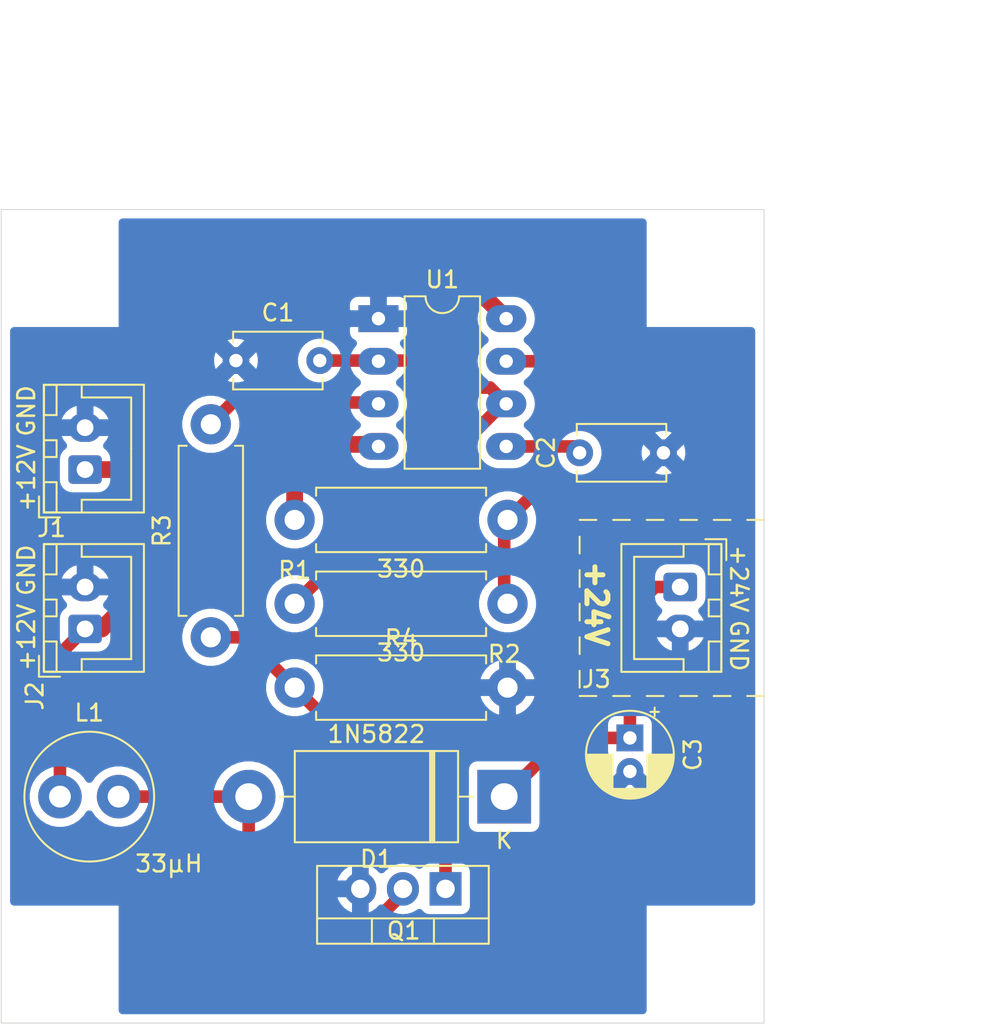
<source format=kicad_pcb>
(kicad_pcb (version 20171130) (host pcbnew "(5.1.7)-1")

  (general
    (thickness 1.6)
    (drawings 31)
    (tracks 69)
    (zones 0)
    (modules 18)
    (nets 10)
  )

  (page A4)
  (layers
    (0 F.Cu signal)
    (31 B.Cu signal)
    (32 B.Adhes user)
    (33 F.Adhes user)
    (34 B.Paste user)
    (35 F.Paste user)
    (36 B.SilkS user)
    (37 F.SilkS user)
    (38 B.Mask user)
    (39 F.Mask user)
    (40 Dwgs.User user)
    (41 Cmts.User user)
    (42 Eco1.User user)
    (43 Eco2.User user)
    (44 Edge.Cuts user)
    (45 Margin user)
    (46 B.CrtYd user)
    (47 F.CrtYd user)
    (48 B.Fab user)
    (49 F.Fab user)
  )

  (setup
    (last_trace_width 0.75)
    (user_trace_width 0.75)
    (user_trace_width 1)
    (trace_clearance 0.2)
    (zone_clearance 0.5)
    (zone_45_only no)
    (trace_min 0.2)
    (via_size 0.8)
    (via_drill 0.4)
    (via_min_size 0.4)
    (via_min_drill 0.3)
    (uvia_size 0.3)
    (uvia_drill 0.1)
    (uvias_allowed no)
    (uvia_min_size 0.2)
    (uvia_min_drill 0.1)
    (edge_width 0.05)
    (segment_width 0.2)
    (pcb_text_width 0.3)
    (pcb_text_size 1.5 1.5)
    (mod_edge_width 0.12)
    (mod_text_size 1 1)
    (mod_text_width 0.15)
    (pad_size 1.524 1.524)
    (pad_drill 0.762)
    (pad_to_mask_clearance 0)
    (aux_axis_origin 0 0)
    (visible_elements 7FFFFFFF)
    (pcbplotparams
      (layerselection 0x010fc_ffffffff)
      (usegerberextensions false)
      (usegerberattributes true)
      (usegerberadvancedattributes true)
      (creategerberjobfile true)
      (excludeedgelayer true)
      (linewidth 0.100000)
      (plotframeref false)
      (viasonmask false)
      (mode 1)
      (useauxorigin false)
      (hpglpennumber 1)
      (hpglpenspeed 20)
      (hpglpendiameter 15.000000)
      (psnegative false)
      (psa4output false)
      (plotreference true)
      (plotvalue true)
      (plotinvisibletext false)
      (padsonsilk false)
      (subtractmaskfromsilk false)
      (outputformat 1)
      (mirror false)
      (drillshape 1)
      (scaleselection 1)
      (outputdirectory ""))
  )

  (net 0 "")
  (net 1 GND)
  (net 2 "Net-(C1-Pad2)")
  (net 3 "Net-(C2-Pad2)")
  (net 4 +24V)
  (net 5 "Net-(D1-Pad2)")
  (net 6 +12V)
  (net 7 "Net-(Q1-Pad1)")
  (net 8 "Net-(R1-Pad2)")
  (net 9 "Net-(R3-Pad2)")

  (net_class Default "This is the default net class."
    (clearance 0.2)
    (trace_width 0.25)
    (via_dia 0.8)
    (via_drill 0.4)
    (uvia_dia 0.3)
    (uvia_drill 0.1)
    (add_net +12V)
    (add_net +24V)
    (add_net GND)
    (add_net "Net-(C1-Pad2)")
    (add_net "Net-(C2-Pad2)")
    (add_net "Net-(D1-Pad2)")
    (add_net "Net-(Q1-Pad1)")
    (add_net "Net-(R1-Pad2)")
    (add_net "Net-(R3-Pad2)")
  )

  (module Inductor_THT:L_Radial_D7.5mm_P3.50mm_Fastron_07P (layer F.Cu) (tedit 5AE59B06) (tstamp 60ABF73C)
    (at 108.5 115)
    (descr "Inductor, Radial series, Radial, pin pitch=3.50mm, , diameter=7.5mm, Fastron, 07P, http://www.fastrongroup.com/image-show/39/07P.pdf?type=Complete-DataSheet&productType=series")
    (tags "Inductor Radial series Radial pin pitch 3.50mm  diameter 7.5mm Fastron 07P")
    (path /6016FEA8)
    (fp_text reference L1 (at 1.75 -5) (layer F.SilkS)
      (effects (font (size 1 1) (thickness 0.15)))
    )
    (fp_text value 33µH (at 6.5 4) (layer F.SilkS)
      (effects (font (size 1 1) (thickness 0.15)))
    )
    (fp_circle (center 1.75 0) (end 5.5 0) (layer F.Fab) (width 0.1))
    (fp_circle (center 1.75 0) (end 5.62 0) (layer F.SilkS) (width 0.12))
    (fp_circle (center 1.75 0) (end 5.75 0) (layer F.CrtYd) (width 0.05))
    (fp_text user %R (at 1.75 0) (layer F.Fab)
      (effects (font (size 1 1) (thickness 0.15)))
    )
    (pad 2 thru_hole circle (at 3.5 0) (size 2.6 2.6) (drill 1.3) (layers *.Cu *.Mask)
      (net 5 "Net-(D1-Pad2)"))
    (pad 1 thru_hole circle (at 0 0) (size 2.6 2.6) (drill 1.3) (layers *.Cu *.Mask)
      (net 6 +12V))
    (model ${KISYS3DMOD}/Inductor_THT.3dshapes/L_Radial_D7.5mm_P3.50mm_Fastron_07P.wrl
      (at (xyz 0 0 0))
      (scale (xyz 1 1 1))
      (rotate (xyz 0 0 0))
    )
  )

  (module Diode_THT:D_DO-201AD_P15.24mm_Horizontal (layer F.Cu) (tedit 5AE50CD5) (tstamp 60ABF71E)
    (at 135 115 180)
    (descr "Diode, DO-201AD series, Axial, Horizontal, pin pitch=15.24mm, , length*diameter=9.5*5.2mm^2, , http://www.diodes.com/_files/packages/DO-201AD.pdf")
    (tags "Diode DO-201AD series Axial Horizontal pin pitch 15.24mm  length 9.5mm diameter 5.2mm")
    (path /6016F0ED)
    (fp_text reference D1 (at 7.62 -3.72) (layer F.SilkS)
      (effects (font (size 1 1) (thickness 0.15)))
    )
    (fp_text value 1N5822 (at 7.62 3.72) (layer F.SilkS)
      (effects (font (size 1 1) (thickness 0.15)))
    )
    (fp_line (start 2.87 -2.6) (end 2.87 2.6) (layer F.Fab) (width 0.1))
    (fp_line (start 2.87 2.6) (end 12.37 2.6) (layer F.Fab) (width 0.1))
    (fp_line (start 12.37 2.6) (end 12.37 -2.6) (layer F.Fab) (width 0.1))
    (fp_line (start 12.37 -2.6) (end 2.87 -2.6) (layer F.Fab) (width 0.1))
    (fp_line (start 0 0) (end 2.87 0) (layer F.Fab) (width 0.1))
    (fp_line (start 15.24 0) (end 12.37 0) (layer F.Fab) (width 0.1))
    (fp_line (start 4.295 -2.6) (end 4.295 2.6) (layer F.Fab) (width 0.1))
    (fp_line (start 4.395 -2.6) (end 4.395 2.6) (layer F.Fab) (width 0.1))
    (fp_line (start 4.195 -2.6) (end 4.195 2.6) (layer F.Fab) (width 0.1))
    (fp_line (start 2.75 -2.72) (end 2.75 2.72) (layer F.SilkS) (width 0.12))
    (fp_line (start 2.75 2.72) (end 12.49 2.72) (layer F.SilkS) (width 0.12))
    (fp_line (start 12.49 2.72) (end 12.49 -2.72) (layer F.SilkS) (width 0.12))
    (fp_line (start 12.49 -2.72) (end 2.75 -2.72) (layer F.SilkS) (width 0.12))
    (fp_line (start 1.84 0) (end 2.75 0) (layer F.SilkS) (width 0.12))
    (fp_line (start 13.4 0) (end 12.49 0) (layer F.SilkS) (width 0.12))
    (fp_line (start 4.295 -2.72) (end 4.295 2.72) (layer F.SilkS) (width 0.12))
    (fp_line (start 4.415 -2.72) (end 4.415 2.72) (layer F.SilkS) (width 0.12))
    (fp_line (start 4.175 -2.72) (end 4.175 2.72) (layer F.SilkS) (width 0.12))
    (fp_line (start -1.85 -2.85) (end -1.85 2.85) (layer F.CrtYd) (width 0.05))
    (fp_line (start -1.85 2.85) (end 17.09 2.85) (layer F.CrtYd) (width 0.05))
    (fp_line (start 17.09 2.85) (end 17.09 -2.85) (layer F.CrtYd) (width 0.05))
    (fp_line (start 17.09 -2.85) (end -1.85 -2.85) (layer F.CrtYd) (width 0.05))
    (fp_text user K (at 0 -2.6) (layer F.SilkS)
      (effects (font (size 1 1) (thickness 0.15)))
    )
    (fp_text user K (at 0 -2.6) (layer F.Fab)
      (effects (font (size 1 1) (thickness 0.15)))
    )
    (fp_text user %R (at 8.3325 0) (layer F.Fab)
      (effects (font (size 1 1) (thickness 0.15)))
    )
    (pad 2 thru_hole oval (at 15.24 0 180) (size 3.2 3.2) (drill 1.6) (layers *.Cu *.Mask)
      (net 5 "Net-(D1-Pad2)"))
    (pad 1 thru_hole rect (at 0 0 180) (size 3.2 3.2) (drill 1.6) (layers *.Cu *.Mask)
      (net 4 +24V))
    (model ${KISYS3DMOD}/Diode_THT.3dshapes/D_DO-201AD_P15.24mm_Horizontal.wrl
      (at (xyz 0 0 0))
      (scale (xyz 1 1 1))
      (rotate (xyz 0 0 0))
    )
  )

  (module Package_DIP:DIP-8_W7.62mm_LongPads (layer F.Cu) (tedit 5A02E8C5) (tstamp 60ABF6BA)
    (at 127.5 86.5)
    (descr "8-lead though-hole mounted DIP package, row spacing 7.62 mm (300 mils), LongPads")
    (tags "THT DIP DIL PDIP 2.54mm 7.62mm 300mil LongPads")
    (path /60AD09AC)
    (fp_text reference U1 (at 3.81 -2.33) (layer F.SilkS)
      (effects (font (size 1 1) (thickness 0.15)))
    )
    (fp_text value LM555xM (at 3.81 9.95) (layer F.Fab)
      (effects (font (size 1 1) (thickness 0.15)))
    )
    (fp_line (start 9.1 -1.55) (end -1.45 -1.55) (layer F.CrtYd) (width 0.05))
    (fp_line (start 9.1 9.15) (end 9.1 -1.55) (layer F.CrtYd) (width 0.05))
    (fp_line (start -1.45 9.15) (end 9.1 9.15) (layer F.CrtYd) (width 0.05))
    (fp_line (start -1.45 -1.55) (end -1.45 9.15) (layer F.CrtYd) (width 0.05))
    (fp_line (start 6.06 -1.33) (end 4.81 -1.33) (layer F.SilkS) (width 0.12))
    (fp_line (start 6.06 8.95) (end 6.06 -1.33) (layer F.SilkS) (width 0.12))
    (fp_line (start 1.56 8.95) (end 6.06 8.95) (layer F.SilkS) (width 0.12))
    (fp_line (start 1.56 -1.33) (end 1.56 8.95) (layer F.SilkS) (width 0.12))
    (fp_line (start 2.81 -1.33) (end 1.56 -1.33) (layer F.SilkS) (width 0.12))
    (fp_line (start 0.635 -0.27) (end 1.635 -1.27) (layer F.Fab) (width 0.1))
    (fp_line (start 0.635 8.89) (end 0.635 -0.27) (layer F.Fab) (width 0.1))
    (fp_line (start 6.985 8.89) (end 0.635 8.89) (layer F.Fab) (width 0.1))
    (fp_line (start 6.985 -1.27) (end 6.985 8.89) (layer F.Fab) (width 0.1))
    (fp_line (start 1.635 -1.27) (end 6.985 -1.27) (layer F.Fab) (width 0.1))
    (fp_arc (start 3.81 -1.33) (end 2.81 -1.33) (angle -180) (layer F.SilkS) (width 0.12))
    (fp_text user %R (at 3.81 3.81) (layer F.Fab)
      (effects (font (size 1 1) (thickness 0.15)))
    )
    (pad 1 thru_hole rect (at 0 0) (size 2.4 1.6) (drill 0.8) (layers *.Cu *.Mask)
      (net 1 GND))
    (pad 5 thru_hole oval (at 7.62 7.62) (size 2.4 1.6) (drill 0.8) (layers *.Cu *.Mask)
      (net 3 "Net-(C2-Pad2)"))
    (pad 2 thru_hole oval (at 0 2.54) (size 2.4 1.6) (drill 0.8) (layers *.Cu *.Mask)
      (net 2 "Net-(C1-Pad2)"))
    (pad 6 thru_hole oval (at 7.62 5.08) (size 2.4 1.6) (drill 0.8) (layers *.Cu *.Mask)
      (net 2 "Net-(C1-Pad2)"))
    (pad 3 thru_hole oval (at 0 5.08) (size 2.4 1.6) (drill 0.8) (layers *.Cu *.Mask)
      (net 9 "Net-(R3-Pad2)"))
    (pad 7 thru_hole oval (at 7.62 2.54) (size 2.4 1.6) (drill 0.8) (layers *.Cu *.Mask)
      (net 8 "Net-(R1-Pad2)"))
    (pad 4 thru_hole oval (at 0 7.62) (size 2.4 1.6) (drill 0.8) (layers *.Cu *.Mask)
      (net 6 +12V))
    (pad 8 thru_hole oval (at 7.62 0) (size 2.4 1.6) (drill 0.8) (layers *.Cu *.Mask)
      (net 6 +12V))
    (model ${KISYS3DMOD}/Package_DIP.3dshapes/DIP-8_W7.62mm.wrl
      (at (xyz 0 0 0))
      (scale (xyz 1 1 1))
      (rotate (xyz 0 0 0))
    )
  )

  (module Resistor_THT:R_Axial_DIN0411_L9.9mm_D3.6mm_P12.70mm_Horizontal (layer F.Cu) (tedit 5AE5139B) (tstamp 60ABF6A4)
    (at 122.5 98.5)
    (descr "Resistor, Axial_DIN0411 series, Axial, Horizontal, pin pitch=12.7mm, 1W, length*diameter=9.9*3.6mm^2")
    (tags "Resistor Axial_DIN0411 series Axial Horizontal pin pitch 12.7mm 1W length 9.9mm diameter 3.6mm")
    (path /609749E3)
    (fp_text reference R1 (at 0 3) (layer F.SilkS)
      (effects (font (size 1 1) (thickness 0.15)))
    )
    (fp_text value 330 (at 6.35 2.92) (layer F.SilkS)
      (effects (font (size 1 1) (thickness 0.15)))
    )
    (fp_line (start 14.15 -2.05) (end -1.45 -2.05) (layer F.CrtYd) (width 0.05))
    (fp_line (start 14.15 2.05) (end 14.15 -2.05) (layer F.CrtYd) (width 0.05))
    (fp_line (start -1.45 2.05) (end 14.15 2.05) (layer F.CrtYd) (width 0.05))
    (fp_line (start -1.45 -2.05) (end -1.45 2.05) (layer F.CrtYd) (width 0.05))
    (fp_line (start 11.42 1.92) (end 11.42 1.44) (layer F.SilkS) (width 0.12))
    (fp_line (start 1.28 1.92) (end 11.42 1.92) (layer F.SilkS) (width 0.12))
    (fp_line (start 1.28 1.44) (end 1.28 1.92) (layer F.SilkS) (width 0.12))
    (fp_line (start 11.42 -1.92) (end 11.42 -1.44) (layer F.SilkS) (width 0.12))
    (fp_line (start 1.28 -1.92) (end 11.42 -1.92) (layer F.SilkS) (width 0.12))
    (fp_line (start 1.28 -1.44) (end 1.28 -1.92) (layer F.SilkS) (width 0.12))
    (fp_line (start 12.7 0) (end 11.3 0) (layer F.Fab) (width 0.1))
    (fp_line (start 0 0) (end 1.4 0) (layer F.Fab) (width 0.1))
    (fp_line (start 11.3 -1.8) (end 1.4 -1.8) (layer F.Fab) (width 0.1))
    (fp_line (start 11.3 1.8) (end 11.3 -1.8) (layer F.Fab) (width 0.1))
    (fp_line (start 1.4 1.8) (end 11.3 1.8) (layer F.Fab) (width 0.1))
    (fp_line (start 1.4 -1.8) (end 1.4 1.8) (layer F.Fab) (width 0.1))
    (fp_text user %R (at 7 0) (layer F.Fab)
      (effects (font (size 1 1) (thickness 0.15)))
    )
    (pad 2 thru_hole oval (at 12.7 0) (size 2.4 2.4) (drill 1.2) (layers *.Cu *.Mask)
      (net 8 "Net-(R1-Pad2)"))
    (pad 1 thru_hole circle (at 0 0) (size 2.4 2.4) (drill 1.2) (layers *.Cu *.Mask)
      (net 6 +12V))
    (model ${KISYS3DMOD}/Resistor_THT.3dshapes/R_Axial_DIN0411_L9.9mm_D3.6mm_P12.70mm_Horizontal.wrl
      (at (xyz 0 0 0))
      (scale (xyz 1 1 1))
      (rotate (xyz 0 0 0))
    )
  )

  (module Connector_JST:JST_XH_B2B-XH-A_1x02_P2.50mm_Vertical (layer F.Cu) (tedit 5C28146C) (tstamp 60ABF67C)
    (at 145.5 102.5 270)
    (descr "JST XH series connector, B2B-XH-A (http://www.jst-mfg.com/product/pdf/eng/eXH.pdf), generated with kicad-footprint-generator")
    (tags "connector JST XH vertical")
    (path /60B8396D)
    (fp_text reference J3 (at 5.5 5 180) (layer F.SilkS)
      (effects (font (size 1 1) (thickness 0.15)))
    )
    (fp_text value Conn_01x02 (at 1.25 4.6 90) (layer F.Fab)
      (effects (font (size 1 1) (thickness 0.15)))
    )
    (fp_line (start -2.85 -2.75) (end -2.85 -1.5) (layer F.SilkS) (width 0.12))
    (fp_line (start -1.6 -2.75) (end -2.85 -2.75) (layer F.SilkS) (width 0.12))
    (fp_line (start 4.3 2.75) (end 1.25 2.75) (layer F.SilkS) (width 0.12))
    (fp_line (start 4.3 -0.2) (end 4.3 2.75) (layer F.SilkS) (width 0.12))
    (fp_line (start 5.05 -0.2) (end 4.3 -0.2) (layer F.SilkS) (width 0.12))
    (fp_line (start -1.8 2.75) (end 1.25 2.75) (layer F.SilkS) (width 0.12))
    (fp_line (start -1.8 -0.2) (end -1.8 2.75) (layer F.SilkS) (width 0.12))
    (fp_line (start -2.55 -0.2) (end -1.8 -0.2) (layer F.SilkS) (width 0.12))
    (fp_line (start 5.05 -2.45) (end 3.25 -2.45) (layer F.SilkS) (width 0.12))
    (fp_line (start 5.05 -1.7) (end 5.05 -2.45) (layer F.SilkS) (width 0.12))
    (fp_line (start 3.25 -1.7) (end 5.05 -1.7) (layer F.SilkS) (width 0.12))
    (fp_line (start 3.25 -2.45) (end 3.25 -1.7) (layer F.SilkS) (width 0.12))
    (fp_line (start -0.75 -2.45) (end -2.55 -2.45) (layer F.SilkS) (width 0.12))
    (fp_line (start -0.75 -1.7) (end -0.75 -2.45) (layer F.SilkS) (width 0.12))
    (fp_line (start -2.55 -1.7) (end -0.75 -1.7) (layer F.SilkS) (width 0.12))
    (fp_line (start -2.55 -2.45) (end -2.55 -1.7) (layer F.SilkS) (width 0.12))
    (fp_line (start 1.75 -2.45) (end 0.75 -2.45) (layer F.SilkS) (width 0.12))
    (fp_line (start 1.75 -1.7) (end 1.75 -2.45) (layer F.SilkS) (width 0.12))
    (fp_line (start 0.75 -1.7) (end 1.75 -1.7) (layer F.SilkS) (width 0.12))
    (fp_line (start 0.75 -2.45) (end 0.75 -1.7) (layer F.SilkS) (width 0.12))
    (fp_line (start 0 -1.35) (end 0.625 -2.35) (layer F.Fab) (width 0.1))
    (fp_line (start -0.625 -2.35) (end 0 -1.35) (layer F.Fab) (width 0.1))
    (fp_line (start 5.45 -2.85) (end -2.95 -2.85) (layer F.CrtYd) (width 0.05))
    (fp_line (start 5.45 3.9) (end 5.45 -2.85) (layer F.CrtYd) (width 0.05))
    (fp_line (start -2.95 3.9) (end 5.45 3.9) (layer F.CrtYd) (width 0.05))
    (fp_line (start -2.95 -2.85) (end -2.95 3.9) (layer F.CrtYd) (width 0.05))
    (fp_line (start 5.06 -2.46) (end -2.56 -2.46) (layer F.SilkS) (width 0.12))
    (fp_line (start 5.06 3.51) (end 5.06 -2.46) (layer F.SilkS) (width 0.12))
    (fp_line (start -2.56 3.51) (end 5.06 3.51) (layer F.SilkS) (width 0.12))
    (fp_line (start -2.56 -2.46) (end -2.56 3.51) (layer F.SilkS) (width 0.12))
    (fp_line (start 4.95 -2.35) (end -2.45 -2.35) (layer F.Fab) (width 0.1))
    (fp_line (start 4.95 3.4) (end 4.95 -2.35) (layer F.Fab) (width 0.1))
    (fp_line (start -2.45 3.4) (end 4.95 3.4) (layer F.Fab) (width 0.1))
    (fp_line (start -2.45 -2.35) (end -2.45 3.4) (layer F.Fab) (width 0.1))
    (fp_text user %R (at 1.25 2.7 90) (layer F.Fab)
      (effects (font (size 1 1) (thickness 0.15)))
    )
    (pad 1 thru_hole roundrect (at 0 0 270) (size 1.7 2) (drill 1) (layers *.Cu *.Mask) (roundrect_rratio 0.1470588235294118)
      (net 4 +24V))
    (pad 2 thru_hole oval (at 2.5 0 270) (size 1.7 2) (drill 1) (layers *.Cu *.Mask)
      (net 1 GND))
    (model ${KISYS3DMOD}/Connector_JST.3dshapes/JST_XH_B2B-XH-A_1x02_P2.50mm_Vertical.wrl
      (at (xyz 0 0 0))
      (scale (xyz 1 1 1))
      (rotate (xyz 0 0 0))
    )
  )

  (module Capacitor_THT:CP_Radial_D5.0mm_P2.00mm (layer F.Cu) (tedit 5AE50EF0) (tstamp 60ABF5FA)
    (at 142.5 111.5 270)
    (descr "CP, Radial series, Radial, pin pitch=2.00mm, , diameter=5mm, Electrolytic Capacitor")
    (tags "CP Radial series Radial pin pitch 2.00mm  diameter 5mm Electrolytic Capacitor")
    (path /6017D364)
    (fp_text reference C3 (at 1 -3.75 90) (layer F.SilkS)
      (effects (font (size 1 1) (thickness 0.15)))
    )
    (fp_text value 22µF (at 1 3.75 90) (layer F.Fab)
      (effects (font (size 1 1) (thickness 0.15)))
    )
    (fp_line (start -1.554775 -1.725) (end -1.554775 -1.225) (layer F.SilkS) (width 0.12))
    (fp_line (start -1.804775 -1.475) (end -1.304775 -1.475) (layer F.SilkS) (width 0.12))
    (fp_line (start 3.601 -0.284) (end 3.601 0.284) (layer F.SilkS) (width 0.12))
    (fp_line (start 3.561 -0.518) (end 3.561 0.518) (layer F.SilkS) (width 0.12))
    (fp_line (start 3.521 -0.677) (end 3.521 0.677) (layer F.SilkS) (width 0.12))
    (fp_line (start 3.481 -0.805) (end 3.481 0.805) (layer F.SilkS) (width 0.12))
    (fp_line (start 3.441 -0.915) (end 3.441 0.915) (layer F.SilkS) (width 0.12))
    (fp_line (start 3.401 -1.011) (end 3.401 1.011) (layer F.SilkS) (width 0.12))
    (fp_line (start 3.361 -1.098) (end 3.361 1.098) (layer F.SilkS) (width 0.12))
    (fp_line (start 3.321 -1.178) (end 3.321 1.178) (layer F.SilkS) (width 0.12))
    (fp_line (start 3.281 -1.251) (end 3.281 1.251) (layer F.SilkS) (width 0.12))
    (fp_line (start 3.241 -1.319) (end 3.241 1.319) (layer F.SilkS) (width 0.12))
    (fp_line (start 3.201 -1.383) (end 3.201 1.383) (layer F.SilkS) (width 0.12))
    (fp_line (start 3.161 -1.443) (end 3.161 1.443) (layer F.SilkS) (width 0.12))
    (fp_line (start 3.121 -1.5) (end 3.121 1.5) (layer F.SilkS) (width 0.12))
    (fp_line (start 3.081 -1.554) (end 3.081 1.554) (layer F.SilkS) (width 0.12))
    (fp_line (start 3.041 -1.605) (end 3.041 1.605) (layer F.SilkS) (width 0.12))
    (fp_line (start 3.001 1.04) (end 3.001 1.653) (layer F.SilkS) (width 0.12))
    (fp_line (start 3.001 -1.653) (end 3.001 -1.04) (layer F.SilkS) (width 0.12))
    (fp_line (start 2.961 1.04) (end 2.961 1.699) (layer F.SilkS) (width 0.12))
    (fp_line (start 2.961 -1.699) (end 2.961 -1.04) (layer F.SilkS) (width 0.12))
    (fp_line (start 2.921 1.04) (end 2.921 1.743) (layer F.SilkS) (width 0.12))
    (fp_line (start 2.921 -1.743) (end 2.921 -1.04) (layer F.SilkS) (width 0.12))
    (fp_line (start 2.881 1.04) (end 2.881 1.785) (layer F.SilkS) (width 0.12))
    (fp_line (start 2.881 -1.785) (end 2.881 -1.04) (layer F.SilkS) (width 0.12))
    (fp_line (start 2.841 1.04) (end 2.841 1.826) (layer F.SilkS) (width 0.12))
    (fp_line (start 2.841 -1.826) (end 2.841 -1.04) (layer F.SilkS) (width 0.12))
    (fp_line (start 2.801 1.04) (end 2.801 1.864) (layer F.SilkS) (width 0.12))
    (fp_line (start 2.801 -1.864) (end 2.801 -1.04) (layer F.SilkS) (width 0.12))
    (fp_line (start 2.761 1.04) (end 2.761 1.901) (layer F.SilkS) (width 0.12))
    (fp_line (start 2.761 -1.901) (end 2.761 -1.04) (layer F.SilkS) (width 0.12))
    (fp_line (start 2.721 1.04) (end 2.721 1.937) (layer F.SilkS) (width 0.12))
    (fp_line (start 2.721 -1.937) (end 2.721 -1.04) (layer F.SilkS) (width 0.12))
    (fp_line (start 2.681 1.04) (end 2.681 1.971) (layer F.SilkS) (width 0.12))
    (fp_line (start 2.681 -1.971) (end 2.681 -1.04) (layer F.SilkS) (width 0.12))
    (fp_line (start 2.641 1.04) (end 2.641 2.004) (layer F.SilkS) (width 0.12))
    (fp_line (start 2.641 -2.004) (end 2.641 -1.04) (layer F.SilkS) (width 0.12))
    (fp_line (start 2.601 1.04) (end 2.601 2.035) (layer F.SilkS) (width 0.12))
    (fp_line (start 2.601 -2.035) (end 2.601 -1.04) (layer F.SilkS) (width 0.12))
    (fp_line (start 2.561 1.04) (end 2.561 2.065) (layer F.SilkS) (width 0.12))
    (fp_line (start 2.561 -2.065) (end 2.561 -1.04) (layer F.SilkS) (width 0.12))
    (fp_line (start 2.521 1.04) (end 2.521 2.095) (layer F.SilkS) (width 0.12))
    (fp_line (start 2.521 -2.095) (end 2.521 -1.04) (layer F.SilkS) (width 0.12))
    (fp_line (start 2.481 1.04) (end 2.481 2.122) (layer F.SilkS) (width 0.12))
    (fp_line (start 2.481 -2.122) (end 2.481 -1.04) (layer F.SilkS) (width 0.12))
    (fp_line (start 2.441 1.04) (end 2.441 2.149) (layer F.SilkS) (width 0.12))
    (fp_line (start 2.441 -2.149) (end 2.441 -1.04) (layer F.SilkS) (width 0.12))
    (fp_line (start 2.401 1.04) (end 2.401 2.175) (layer F.SilkS) (width 0.12))
    (fp_line (start 2.401 -2.175) (end 2.401 -1.04) (layer F.SilkS) (width 0.12))
    (fp_line (start 2.361 1.04) (end 2.361 2.2) (layer F.SilkS) (width 0.12))
    (fp_line (start 2.361 -2.2) (end 2.361 -1.04) (layer F.SilkS) (width 0.12))
    (fp_line (start 2.321 1.04) (end 2.321 2.224) (layer F.SilkS) (width 0.12))
    (fp_line (start 2.321 -2.224) (end 2.321 -1.04) (layer F.SilkS) (width 0.12))
    (fp_line (start 2.281 1.04) (end 2.281 2.247) (layer F.SilkS) (width 0.12))
    (fp_line (start 2.281 -2.247) (end 2.281 -1.04) (layer F.SilkS) (width 0.12))
    (fp_line (start 2.241 1.04) (end 2.241 2.268) (layer F.SilkS) (width 0.12))
    (fp_line (start 2.241 -2.268) (end 2.241 -1.04) (layer F.SilkS) (width 0.12))
    (fp_line (start 2.201 1.04) (end 2.201 2.29) (layer F.SilkS) (width 0.12))
    (fp_line (start 2.201 -2.29) (end 2.201 -1.04) (layer F.SilkS) (width 0.12))
    (fp_line (start 2.161 1.04) (end 2.161 2.31) (layer F.SilkS) (width 0.12))
    (fp_line (start 2.161 -2.31) (end 2.161 -1.04) (layer F.SilkS) (width 0.12))
    (fp_line (start 2.121 1.04) (end 2.121 2.329) (layer F.SilkS) (width 0.12))
    (fp_line (start 2.121 -2.329) (end 2.121 -1.04) (layer F.SilkS) (width 0.12))
    (fp_line (start 2.081 1.04) (end 2.081 2.348) (layer F.SilkS) (width 0.12))
    (fp_line (start 2.081 -2.348) (end 2.081 -1.04) (layer F.SilkS) (width 0.12))
    (fp_line (start 2.041 1.04) (end 2.041 2.365) (layer F.SilkS) (width 0.12))
    (fp_line (start 2.041 -2.365) (end 2.041 -1.04) (layer F.SilkS) (width 0.12))
    (fp_line (start 2.001 1.04) (end 2.001 2.382) (layer F.SilkS) (width 0.12))
    (fp_line (start 2.001 -2.382) (end 2.001 -1.04) (layer F.SilkS) (width 0.12))
    (fp_line (start 1.961 1.04) (end 1.961 2.398) (layer F.SilkS) (width 0.12))
    (fp_line (start 1.961 -2.398) (end 1.961 -1.04) (layer F.SilkS) (width 0.12))
    (fp_line (start 1.921 1.04) (end 1.921 2.414) (layer F.SilkS) (width 0.12))
    (fp_line (start 1.921 -2.414) (end 1.921 -1.04) (layer F.SilkS) (width 0.12))
    (fp_line (start 1.881 1.04) (end 1.881 2.428) (layer F.SilkS) (width 0.12))
    (fp_line (start 1.881 -2.428) (end 1.881 -1.04) (layer F.SilkS) (width 0.12))
    (fp_line (start 1.841 1.04) (end 1.841 2.442) (layer F.SilkS) (width 0.12))
    (fp_line (start 1.841 -2.442) (end 1.841 -1.04) (layer F.SilkS) (width 0.12))
    (fp_line (start 1.801 1.04) (end 1.801 2.455) (layer F.SilkS) (width 0.12))
    (fp_line (start 1.801 -2.455) (end 1.801 -1.04) (layer F.SilkS) (width 0.12))
    (fp_line (start 1.761 1.04) (end 1.761 2.468) (layer F.SilkS) (width 0.12))
    (fp_line (start 1.761 -2.468) (end 1.761 -1.04) (layer F.SilkS) (width 0.12))
    (fp_line (start 1.721 1.04) (end 1.721 2.48) (layer F.SilkS) (width 0.12))
    (fp_line (start 1.721 -2.48) (end 1.721 -1.04) (layer F.SilkS) (width 0.12))
    (fp_line (start 1.68 1.04) (end 1.68 2.491) (layer F.SilkS) (width 0.12))
    (fp_line (start 1.68 -2.491) (end 1.68 -1.04) (layer F.SilkS) (width 0.12))
    (fp_line (start 1.64 1.04) (end 1.64 2.501) (layer F.SilkS) (width 0.12))
    (fp_line (start 1.64 -2.501) (end 1.64 -1.04) (layer F.SilkS) (width 0.12))
    (fp_line (start 1.6 1.04) (end 1.6 2.511) (layer F.SilkS) (width 0.12))
    (fp_line (start 1.6 -2.511) (end 1.6 -1.04) (layer F.SilkS) (width 0.12))
    (fp_line (start 1.56 1.04) (end 1.56 2.52) (layer F.SilkS) (width 0.12))
    (fp_line (start 1.56 -2.52) (end 1.56 -1.04) (layer F.SilkS) (width 0.12))
    (fp_line (start 1.52 1.04) (end 1.52 2.528) (layer F.SilkS) (width 0.12))
    (fp_line (start 1.52 -2.528) (end 1.52 -1.04) (layer F.SilkS) (width 0.12))
    (fp_line (start 1.48 1.04) (end 1.48 2.536) (layer F.SilkS) (width 0.12))
    (fp_line (start 1.48 -2.536) (end 1.48 -1.04) (layer F.SilkS) (width 0.12))
    (fp_line (start 1.44 1.04) (end 1.44 2.543) (layer F.SilkS) (width 0.12))
    (fp_line (start 1.44 -2.543) (end 1.44 -1.04) (layer F.SilkS) (width 0.12))
    (fp_line (start 1.4 1.04) (end 1.4 2.55) (layer F.SilkS) (width 0.12))
    (fp_line (start 1.4 -2.55) (end 1.4 -1.04) (layer F.SilkS) (width 0.12))
    (fp_line (start 1.36 1.04) (end 1.36 2.556) (layer F.SilkS) (width 0.12))
    (fp_line (start 1.36 -2.556) (end 1.36 -1.04) (layer F.SilkS) (width 0.12))
    (fp_line (start 1.32 1.04) (end 1.32 2.561) (layer F.SilkS) (width 0.12))
    (fp_line (start 1.32 -2.561) (end 1.32 -1.04) (layer F.SilkS) (width 0.12))
    (fp_line (start 1.28 1.04) (end 1.28 2.565) (layer F.SilkS) (width 0.12))
    (fp_line (start 1.28 -2.565) (end 1.28 -1.04) (layer F.SilkS) (width 0.12))
    (fp_line (start 1.24 1.04) (end 1.24 2.569) (layer F.SilkS) (width 0.12))
    (fp_line (start 1.24 -2.569) (end 1.24 -1.04) (layer F.SilkS) (width 0.12))
    (fp_line (start 1.2 1.04) (end 1.2 2.573) (layer F.SilkS) (width 0.12))
    (fp_line (start 1.2 -2.573) (end 1.2 -1.04) (layer F.SilkS) (width 0.12))
    (fp_line (start 1.16 1.04) (end 1.16 2.576) (layer F.SilkS) (width 0.12))
    (fp_line (start 1.16 -2.576) (end 1.16 -1.04) (layer F.SilkS) (width 0.12))
    (fp_line (start 1.12 1.04) (end 1.12 2.578) (layer F.SilkS) (width 0.12))
    (fp_line (start 1.12 -2.578) (end 1.12 -1.04) (layer F.SilkS) (width 0.12))
    (fp_line (start 1.08 1.04) (end 1.08 2.579) (layer F.SilkS) (width 0.12))
    (fp_line (start 1.08 -2.579) (end 1.08 -1.04) (layer F.SilkS) (width 0.12))
    (fp_line (start 1.04 -2.58) (end 1.04 -1.04) (layer F.SilkS) (width 0.12))
    (fp_line (start 1.04 1.04) (end 1.04 2.58) (layer F.SilkS) (width 0.12))
    (fp_line (start 1 -2.58) (end 1 -1.04) (layer F.SilkS) (width 0.12))
    (fp_line (start 1 1.04) (end 1 2.58) (layer F.SilkS) (width 0.12))
    (fp_line (start -0.883605 -1.3375) (end -0.883605 -0.8375) (layer F.Fab) (width 0.1))
    (fp_line (start -1.133605 -1.0875) (end -0.633605 -1.0875) (layer F.Fab) (width 0.1))
    (fp_circle (center 1 0) (end 3.75 0) (layer F.CrtYd) (width 0.05))
    (fp_circle (center 1 0) (end 3.62 0) (layer F.SilkS) (width 0.12))
    (fp_circle (center 1 0) (end 3.5 0) (layer F.Fab) (width 0.1))
    (fp_text user %R (at 1 0 90) (layer F.Fab)
      (effects (font (size 1 1) (thickness 0.15)))
    )
    (pad 1 thru_hole rect (at 0 0 270) (size 1.6 1.6) (drill 0.8) (layers *.Cu *.Mask)
      (net 4 +24V))
    (pad 2 thru_hole circle (at 2 0 270) (size 1.6 1.6) (drill 0.8) (layers *.Cu *.Mask)
      (net 1 GND))
    (model ${KISYS3DMOD}/Capacitor_THT.3dshapes/CP_Radial_D5.0mm_P2.00mm.wrl
      (at (xyz 0 0 0))
      (scale (xyz 1 1 1))
      (rotate (xyz 0 0 0))
    )
  )

  (module Resistor_THT:R_Axial_DIN0411_L9.9mm_D3.6mm_P12.70mm_Horizontal (layer F.Cu) (tedit 5AE5139B) (tstamp 60ABF5E4)
    (at 122.5 108.5)
    (descr "Resistor, Axial_DIN0411 series, Axial, Horizontal, pin pitch=12.7mm, 1W, length*diameter=9.9*3.6mm^2")
    (tags "Resistor Axial_DIN0411 series Axial Horizontal pin pitch 12.7mm 1W length 9.9mm diameter 3.6mm")
    (path /60B71763)
    (fp_text reference R4 (at 6.35 -2.92) (layer F.SilkS)
      (effects (font (size 1 1) (thickness 0.15)))
    )
    (fp_text value 1k (at 6.35 2.92) (layer F.Fab)
      (effects (font (size 1 1) (thickness 0.15)))
    )
    (fp_line (start 14.15 -2.05) (end -1.45 -2.05) (layer F.CrtYd) (width 0.05))
    (fp_line (start 14.15 2.05) (end 14.15 -2.05) (layer F.CrtYd) (width 0.05))
    (fp_line (start -1.45 2.05) (end 14.15 2.05) (layer F.CrtYd) (width 0.05))
    (fp_line (start -1.45 -2.05) (end -1.45 2.05) (layer F.CrtYd) (width 0.05))
    (fp_line (start 11.42 1.92) (end 11.42 1.44) (layer F.SilkS) (width 0.12))
    (fp_line (start 1.28 1.92) (end 11.42 1.92) (layer F.SilkS) (width 0.12))
    (fp_line (start 1.28 1.44) (end 1.28 1.92) (layer F.SilkS) (width 0.12))
    (fp_line (start 11.42 -1.92) (end 11.42 -1.44) (layer F.SilkS) (width 0.12))
    (fp_line (start 1.28 -1.92) (end 11.42 -1.92) (layer F.SilkS) (width 0.12))
    (fp_line (start 1.28 -1.44) (end 1.28 -1.92) (layer F.SilkS) (width 0.12))
    (fp_line (start 12.7 0) (end 11.3 0) (layer F.Fab) (width 0.1))
    (fp_line (start 0 0) (end 1.4 0) (layer F.Fab) (width 0.1))
    (fp_line (start 11.3 -1.8) (end 1.4 -1.8) (layer F.Fab) (width 0.1))
    (fp_line (start 11.3 1.8) (end 11.3 -1.8) (layer F.Fab) (width 0.1))
    (fp_line (start 1.4 1.8) (end 11.3 1.8) (layer F.Fab) (width 0.1))
    (fp_line (start 1.4 -1.8) (end 1.4 1.8) (layer F.Fab) (width 0.1))
    (fp_text user %R (at 6.35 0) (layer F.Fab)
      (effects (font (size 1 1) (thickness 0.15)))
    )
    (pad 1 thru_hole circle (at 0 0) (size 2.4 2.4) (drill 1.2) (layers *.Cu *.Mask)
      (net 7 "Net-(Q1-Pad1)"))
    (pad 2 thru_hole oval (at 12.7 0) (size 2.4 2.4) (drill 1.2) (layers *.Cu *.Mask)
      (net 1 GND))
    (model ${KISYS3DMOD}/Resistor_THT.3dshapes/R_Axial_DIN0411_L9.9mm_D3.6mm_P12.70mm_Horizontal.wrl
      (at (xyz 0 0 0))
      (scale (xyz 1 1 1))
      (rotate (xyz 0 0 0))
    )
  )

  (module Resistor_THT:R_Axial_DIN0411_L9.9mm_D3.6mm_P12.70mm_Horizontal (layer F.Cu) (tedit 5AE5139B) (tstamp 60ABF5CE)
    (at 117.5 105.5 90)
    (descr "Resistor, Axial_DIN0411 series, Axial, Horizontal, pin pitch=12.7mm, 1W, length*diameter=9.9*3.6mm^2")
    (tags "Resistor Axial_DIN0411 series Axial Horizontal pin pitch 12.7mm 1W length 9.9mm diameter 3.6mm")
    (path /60B71303)
    (fp_text reference R3 (at 6.35 -2.92 90) (layer F.SilkS)
      (effects (font (size 1 1) (thickness 0.15)))
    )
    (fp_text value 330 (at 6.35 2.92 90) (layer F.Fab)
      (effects (font (size 1 1) (thickness 0.15)))
    )
    (fp_line (start 14.15 -2.05) (end -1.45 -2.05) (layer F.CrtYd) (width 0.05))
    (fp_line (start 14.15 2.05) (end 14.15 -2.05) (layer F.CrtYd) (width 0.05))
    (fp_line (start -1.45 2.05) (end 14.15 2.05) (layer F.CrtYd) (width 0.05))
    (fp_line (start -1.45 -2.05) (end -1.45 2.05) (layer F.CrtYd) (width 0.05))
    (fp_line (start 11.42 1.92) (end 11.42 1.44) (layer F.SilkS) (width 0.12))
    (fp_line (start 1.28 1.92) (end 11.42 1.92) (layer F.SilkS) (width 0.12))
    (fp_line (start 1.28 1.44) (end 1.28 1.92) (layer F.SilkS) (width 0.12))
    (fp_line (start 11.42 -1.92) (end 11.42 -1.44) (layer F.SilkS) (width 0.12))
    (fp_line (start 1.28 -1.92) (end 11.42 -1.92) (layer F.SilkS) (width 0.12))
    (fp_line (start 1.28 -1.44) (end 1.28 -1.92) (layer F.SilkS) (width 0.12))
    (fp_line (start 12.7 0) (end 11.3 0) (layer F.Fab) (width 0.1))
    (fp_line (start 0 0) (end 1.4 0) (layer F.Fab) (width 0.1))
    (fp_line (start 11.3 -1.8) (end 1.4 -1.8) (layer F.Fab) (width 0.1))
    (fp_line (start 11.3 1.8) (end 11.3 -1.8) (layer F.Fab) (width 0.1))
    (fp_line (start 1.4 1.8) (end 11.3 1.8) (layer F.Fab) (width 0.1))
    (fp_line (start 1.4 -1.8) (end 1.4 1.8) (layer F.Fab) (width 0.1))
    (fp_text user %R (at 6.35 0 90) (layer F.Fab)
      (effects (font (size 1 1) (thickness 0.15)))
    )
    (pad 1 thru_hole circle (at 0 0 90) (size 2.4 2.4) (drill 1.2) (layers *.Cu *.Mask)
      (net 7 "Net-(Q1-Pad1)"))
    (pad 2 thru_hole oval (at 12.7 0 90) (size 2.4 2.4) (drill 1.2) (layers *.Cu *.Mask)
      (net 9 "Net-(R3-Pad2)"))
    (model ${KISYS3DMOD}/Resistor_THT.3dshapes/R_Axial_DIN0411_L9.9mm_D3.6mm_P12.70mm_Horizontal.wrl
      (at (xyz 0 0 0))
      (scale (xyz 1 1 1))
      (rotate (xyz 0 0 0))
    )
  )

  (module Resistor_THT:R_Axial_DIN0411_L9.9mm_D3.6mm_P12.70mm_Horizontal (layer F.Cu) (tedit 5AE5139B) (tstamp 60ACD349)
    (at 122.5 103.5)
    (descr "Resistor, Axial_DIN0411 series, Axial, Horizontal, pin pitch=12.7mm, 1W, length*diameter=9.9*3.6mm^2")
    (tags "Resistor Axial_DIN0411 series Axial Horizontal pin pitch 12.7mm 1W length 9.9mm diameter 3.6mm")
    (path /60973D33)
    (fp_text reference R2 (at 12.5 3) (layer F.SilkS)
      (effects (font (size 1 1) (thickness 0.15)))
    )
    (fp_text value 330 (at 6.35 2.92) (layer F.SilkS)
      (effects (font (size 1 1) (thickness 0.15)))
    )
    (fp_line (start 1.4 -1.8) (end 1.4 1.8) (layer F.Fab) (width 0.1))
    (fp_line (start 1.4 1.8) (end 11.3 1.8) (layer F.Fab) (width 0.1))
    (fp_line (start 11.3 1.8) (end 11.3 -1.8) (layer F.Fab) (width 0.1))
    (fp_line (start 11.3 -1.8) (end 1.4 -1.8) (layer F.Fab) (width 0.1))
    (fp_line (start 0 0) (end 1.4 0) (layer F.Fab) (width 0.1))
    (fp_line (start 12.7 0) (end 11.3 0) (layer F.Fab) (width 0.1))
    (fp_line (start 1.28 -1.44) (end 1.28 -1.92) (layer F.SilkS) (width 0.12))
    (fp_line (start 1.28 -1.92) (end 11.42 -1.92) (layer F.SilkS) (width 0.12))
    (fp_line (start 11.42 -1.92) (end 11.42 -1.44) (layer F.SilkS) (width 0.12))
    (fp_line (start 1.28 1.44) (end 1.28 1.92) (layer F.SilkS) (width 0.12))
    (fp_line (start 1.28 1.92) (end 11.42 1.92) (layer F.SilkS) (width 0.12))
    (fp_line (start 11.42 1.92) (end 11.42 1.44) (layer F.SilkS) (width 0.12))
    (fp_line (start -1.45 -2.05) (end -1.45 2.05) (layer F.CrtYd) (width 0.05))
    (fp_line (start -1.45 2.05) (end 14.15 2.05) (layer F.CrtYd) (width 0.05))
    (fp_line (start 14.15 2.05) (end 14.15 -2.05) (layer F.CrtYd) (width 0.05))
    (fp_line (start 14.15 -2.05) (end -1.45 -2.05) (layer F.CrtYd) (width 0.05))
    (fp_text user %R (at 6.35 0) (layer F.Fab)
      (effects (font (size 1 1) (thickness 0.15)))
    )
    (pad 2 thru_hole oval (at 12.7 0) (size 2.4 2.4) (drill 1.2) (layers *.Cu *.Mask)
      (net 8 "Net-(R1-Pad2)"))
    (pad 1 thru_hole circle (at 0 0) (size 2.4 2.4) (drill 1.2) (layers *.Cu *.Mask)
      (net 2 "Net-(C1-Pad2)"))
    (model ${KISYS3DMOD}/Resistor_THT.3dshapes/R_Axial_DIN0411_L9.9mm_D3.6mm_P12.70mm_Horizontal.wrl
      (at (xyz 0 0 0))
      (scale (xyz 1 1 1))
      (rotate (xyz 0 0 0))
    )
  )

  (module Capacitor_THT:C_Disc_D5.1mm_W3.2mm_P5.00mm (layer F.Cu) (tedit 5AE50EF0) (tstamp 60ABF59D)
    (at 119 89)
    (descr "C, Disc series, Radial, pin pitch=5.00mm, , diameter*width=5.1*3.2mm^2, Capacitor, http://www.vishay.com/docs/45233/krseries.pdf")
    (tags "C Disc series Radial pin pitch 5.00mm  diameter 5.1mm width 3.2mm Capacitor")
    (path /60B48AC6)
    (fp_text reference C1 (at 2.5 -2.85) (layer F.SilkS)
      (effects (font (size 1 1) (thickness 0.15)))
    )
    (fp_text value 10nF (at 2.5 2.85) (layer F.Fab)
      (effects (font (size 1 1) (thickness 0.15)))
    )
    (fp_line (start 6.05 -1.85) (end -1.05 -1.85) (layer F.CrtYd) (width 0.05))
    (fp_line (start 6.05 1.85) (end 6.05 -1.85) (layer F.CrtYd) (width 0.05))
    (fp_line (start -1.05 1.85) (end 6.05 1.85) (layer F.CrtYd) (width 0.05))
    (fp_line (start -1.05 -1.85) (end -1.05 1.85) (layer F.CrtYd) (width 0.05))
    (fp_line (start 5.17 1.055) (end 5.17 1.721) (layer F.SilkS) (width 0.12))
    (fp_line (start 5.17 -1.721) (end 5.17 -1.055) (layer F.SilkS) (width 0.12))
    (fp_line (start -0.17 1.055) (end -0.17 1.721) (layer F.SilkS) (width 0.12))
    (fp_line (start -0.17 -1.721) (end -0.17 -1.055) (layer F.SilkS) (width 0.12))
    (fp_line (start -0.17 1.721) (end 5.17 1.721) (layer F.SilkS) (width 0.12))
    (fp_line (start -0.17 -1.721) (end 5.17 -1.721) (layer F.SilkS) (width 0.12))
    (fp_line (start 5.05 -1.6) (end -0.05 -1.6) (layer F.Fab) (width 0.1))
    (fp_line (start 5.05 1.6) (end 5.05 -1.6) (layer F.Fab) (width 0.1))
    (fp_line (start -0.05 1.6) (end 5.05 1.6) (layer F.Fab) (width 0.1))
    (fp_line (start -0.05 -1.6) (end -0.05 1.6) (layer F.Fab) (width 0.1))
    (fp_text user %R (at 2.5 0) (layer F.Fab)
      (effects (font (size 1 1) (thickness 0.15)))
    )
    (pad 1 thru_hole circle (at 0 0) (size 1.6 1.6) (drill 0.8) (layers *.Cu *.Mask)
      (net 1 GND))
    (pad 2 thru_hole circle (at 5 0) (size 1.6 1.6) (drill 0.8) (layers *.Cu *.Mask)
      (net 2 "Net-(C1-Pad2)"))
    (model ${KISYS3DMOD}/Capacitor_THT.3dshapes/C_Disc_D5.1mm_W3.2mm_P5.00mm.wrl
      (at (xyz 0 0 0))
      (scale (xyz 1 1 1))
      (rotate (xyz 0 0 0))
    )
  )

  (module Connector_JST:JST_XH_B2B-XH-A_1x02_P2.50mm_Vertical (layer F.Cu) (tedit 5C28146C) (tstamp 60ABF575)
    (at 110 105 90)
    (descr "JST XH series connector, B2B-XH-A (http://www.jst-mfg.com/product/pdf/eng/eXH.pdf), generated with kicad-footprint-generator")
    (tags "connector JST XH vertical")
    (path /60BB6F6D)
    (fp_text reference J2 (at -4 -3 90) (layer F.SilkS)
      (effects (font (size 1 1) (thickness 0.15)))
    )
    (fp_text value Conn_01x02 (at 1.25 4.6 90) (layer F.Fab)
      (effects (font (size 1 1) (thickness 0.15)))
    )
    (fp_line (start -2.85 -2.75) (end -2.85 -1.5) (layer F.SilkS) (width 0.12))
    (fp_line (start -1.6 -2.75) (end -2.85 -2.75) (layer F.SilkS) (width 0.12))
    (fp_line (start 4.3 2.75) (end 1.25 2.75) (layer F.SilkS) (width 0.12))
    (fp_line (start 4.3 -0.2) (end 4.3 2.75) (layer F.SilkS) (width 0.12))
    (fp_line (start 5.05 -0.2) (end 4.3 -0.2) (layer F.SilkS) (width 0.12))
    (fp_line (start -1.8 2.75) (end 1.25 2.75) (layer F.SilkS) (width 0.12))
    (fp_line (start -1.8 -0.2) (end -1.8 2.75) (layer F.SilkS) (width 0.12))
    (fp_line (start -2.55 -0.2) (end -1.8 -0.2) (layer F.SilkS) (width 0.12))
    (fp_line (start 5.05 -2.45) (end 3.25 -2.45) (layer F.SilkS) (width 0.12))
    (fp_line (start 5.05 -1.7) (end 5.05 -2.45) (layer F.SilkS) (width 0.12))
    (fp_line (start 3.25 -1.7) (end 5.05 -1.7) (layer F.SilkS) (width 0.12))
    (fp_line (start 3.25 -2.45) (end 3.25 -1.7) (layer F.SilkS) (width 0.12))
    (fp_line (start -0.75 -2.45) (end -2.55 -2.45) (layer F.SilkS) (width 0.12))
    (fp_line (start -0.75 -1.7) (end -0.75 -2.45) (layer F.SilkS) (width 0.12))
    (fp_line (start -2.55 -1.7) (end -0.75 -1.7) (layer F.SilkS) (width 0.12))
    (fp_line (start -2.55 -2.45) (end -2.55 -1.7) (layer F.SilkS) (width 0.12))
    (fp_line (start 1.75 -2.45) (end 0.75 -2.45) (layer F.SilkS) (width 0.12))
    (fp_line (start 1.75 -1.7) (end 1.75 -2.45) (layer F.SilkS) (width 0.12))
    (fp_line (start 0.75 -1.7) (end 1.75 -1.7) (layer F.SilkS) (width 0.12))
    (fp_line (start 0.75 -2.45) (end 0.75 -1.7) (layer F.SilkS) (width 0.12))
    (fp_line (start 0 -1.35) (end 0.625 -2.35) (layer F.Fab) (width 0.1))
    (fp_line (start -0.625 -2.35) (end 0 -1.35) (layer F.Fab) (width 0.1))
    (fp_line (start 5.45 -2.85) (end -2.95 -2.85) (layer F.CrtYd) (width 0.05))
    (fp_line (start 5.45 3.9) (end 5.45 -2.85) (layer F.CrtYd) (width 0.05))
    (fp_line (start -2.95 3.9) (end 5.45 3.9) (layer F.CrtYd) (width 0.05))
    (fp_line (start -2.95 -2.85) (end -2.95 3.9) (layer F.CrtYd) (width 0.05))
    (fp_line (start 5.06 -2.46) (end -2.56 -2.46) (layer F.SilkS) (width 0.12))
    (fp_line (start 5.06 3.51) (end 5.06 -2.46) (layer F.SilkS) (width 0.12))
    (fp_line (start -2.56 3.51) (end 5.06 3.51) (layer F.SilkS) (width 0.12))
    (fp_line (start -2.56 -2.46) (end -2.56 3.51) (layer F.SilkS) (width 0.12))
    (fp_line (start 4.95 -2.35) (end -2.45 -2.35) (layer F.Fab) (width 0.1))
    (fp_line (start 4.95 3.4) (end 4.95 -2.35) (layer F.Fab) (width 0.1))
    (fp_line (start -2.45 3.4) (end 4.95 3.4) (layer F.Fab) (width 0.1))
    (fp_line (start -2.45 -2.35) (end -2.45 3.4) (layer F.Fab) (width 0.1))
    (fp_text user %R (at 1.25 2.7 90) (layer F.Fab)
      (effects (font (size 1 1) (thickness 0.15)))
    )
    (pad 1 thru_hole roundrect (at 0 0 90) (size 1.7 2) (drill 1) (layers *.Cu *.Mask) (roundrect_rratio 0.1470588235294118)
      (net 6 +12V))
    (pad 2 thru_hole oval (at 2.5 0 90) (size 1.7 2) (drill 1) (layers *.Cu *.Mask)
      (net 1 GND))
    (model ${KISYS3DMOD}/Connector_JST.3dshapes/JST_XH_B2B-XH-A_1x02_P2.50mm_Vertical.wrl
      (at (xyz 0 0 0))
      (scale (xyz 1 1 1))
      (rotate (xyz 0 0 0))
    )
  )

  (module Capacitor_THT:C_Disc_D5.1mm_W3.2mm_P5.00mm (layer F.Cu) (tedit 5AE50EF0) (tstamp 60ABF561)
    (at 144.5 94.5 180)
    (descr "C, Disc series, Radial, pin pitch=5.00mm, , diameter*width=5.1*3.2mm^2, Capacitor, http://www.vishay.com/docs/45233/krseries.pdf")
    (tags "C Disc series Radial pin pitch 5.00mm  diameter 5.1mm width 3.2mm Capacitor")
    (path /60B2EC2F)
    (fp_text reference C2 (at 7 0 270) (layer F.SilkS)
      (effects (font (size 1 1) (thickness 0.15)))
    )
    (fp_text value 10nF (at 2.5 2.85) (layer F.Fab)
      (effects (font (size 1 1) (thickness 0.15)))
    )
    (fp_line (start 6.05 -1.85) (end -1.05 -1.85) (layer F.CrtYd) (width 0.05))
    (fp_line (start 6.05 1.85) (end 6.05 -1.85) (layer F.CrtYd) (width 0.05))
    (fp_line (start -1.05 1.85) (end 6.05 1.85) (layer F.CrtYd) (width 0.05))
    (fp_line (start -1.05 -1.85) (end -1.05 1.85) (layer F.CrtYd) (width 0.05))
    (fp_line (start 5.17 1.055) (end 5.17 1.721) (layer F.SilkS) (width 0.12))
    (fp_line (start 5.17 -1.721) (end 5.17 -1.055) (layer F.SilkS) (width 0.12))
    (fp_line (start -0.17 1.055) (end -0.17 1.721) (layer F.SilkS) (width 0.12))
    (fp_line (start -0.17 -1.721) (end -0.17 -1.055) (layer F.SilkS) (width 0.12))
    (fp_line (start -0.17 1.721) (end 5.17 1.721) (layer F.SilkS) (width 0.12))
    (fp_line (start -0.17 -1.721) (end 5.17 -1.721) (layer F.SilkS) (width 0.12))
    (fp_line (start 5.05 -1.6) (end -0.05 -1.6) (layer F.Fab) (width 0.1))
    (fp_line (start 5.05 1.6) (end 5.05 -1.6) (layer F.Fab) (width 0.1))
    (fp_line (start -0.05 1.6) (end 5.05 1.6) (layer F.Fab) (width 0.1))
    (fp_line (start -0.05 -1.6) (end -0.05 1.6) (layer F.Fab) (width 0.1))
    (fp_text user %R (at 2.5 0) (layer F.Fab)
      (effects (font (size 1 1) (thickness 0.15)))
    )
    (pad 1 thru_hole circle (at 0 0 180) (size 1.6 1.6) (drill 0.8) (layers *.Cu *.Mask)
      (net 1 GND))
    (pad 2 thru_hole circle (at 5 0 180) (size 1.6 1.6) (drill 0.8) (layers *.Cu *.Mask)
      (net 3 "Net-(C2-Pad2)"))
    (model ${KISYS3DMOD}/Capacitor_THT.3dshapes/C_Disc_D5.1mm_W3.2mm_P5.00mm.wrl
      (at (xyz 0 0 0))
      (scale (xyz 1 1 1))
      (rotate (xyz 0 0 0))
    )
  )

  (module Package_TO_SOT_THT:TO-220-3_Vertical (layer F.Cu) (tedit 5AC8BA0D) (tstamp 60ABF548)
    (at 131.5 120.5 180)
    (descr "TO-220-3, Vertical, RM 2.54mm, see https://www.vishay.com/docs/66542/to-220-1.pdf")
    (tags "TO-220-3 Vertical RM 2.54mm")
    (path /60B7E63D)
    (fp_text reference Q1 (at 2.5 -2.5) (layer F.SilkS)
      (effects (font (size 1 1) (thickness 0.15)))
    )
    (fp_text value IRFZ24NPBF (at 2.54 2.5) (layer F.Fab)
      (effects (font (size 1 1) (thickness 0.15)))
    )
    (fp_line (start 7.79 -3.4) (end -2.71 -3.4) (layer F.CrtYd) (width 0.05))
    (fp_line (start 7.79 1.51) (end 7.79 -3.4) (layer F.CrtYd) (width 0.05))
    (fp_line (start -2.71 1.51) (end 7.79 1.51) (layer F.CrtYd) (width 0.05))
    (fp_line (start -2.71 -3.4) (end -2.71 1.51) (layer F.CrtYd) (width 0.05))
    (fp_line (start 4.391 -3.27) (end 4.391 -1.76) (layer F.SilkS) (width 0.12))
    (fp_line (start 0.69 -3.27) (end 0.69 -1.76) (layer F.SilkS) (width 0.12))
    (fp_line (start -2.58 -1.76) (end 7.66 -1.76) (layer F.SilkS) (width 0.12))
    (fp_line (start 7.66 -3.27) (end 7.66 1.371) (layer F.SilkS) (width 0.12))
    (fp_line (start -2.58 -3.27) (end -2.58 1.371) (layer F.SilkS) (width 0.12))
    (fp_line (start -2.58 1.371) (end 7.66 1.371) (layer F.SilkS) (width 0.12))
    (fp_line (start -2.58 -3.27) (end 7.66 -3.27) (layer F.SilkS) (width 0.12))
    (fp_line (start 4.39 -3.15) (end 4.39 -1.88) (layer F.Fab) (width 0.1))
    (fp_line (start 0.69 -3.15) (end 0.69 -1.88) (layer F.Fab) (width 0.1))
    (fp_line (start -2.46 -1.88) (end 7.54 -1.88) (layer F.Fab) (width 0.1))
    (fp_line (start 7.54 -3.15) (end -2.46 -3.15) (layer F.Fab) (width 0.1))
    (fp_line (start 7.54 1.25) (end 7.54 -3.15) (layer F.Fab) (width 0.1))
    (fp_line (start -2.46 1.25) (end 7.54 1.25) (layer F.Fab) (width 0.1))
    (fp_line (start -2.46 -3.15) (end -2.46 1.25) (layer F.Fab) (width 0.1))
    (fp_text user %R (at 2.5 -2.5) (layer F.Fab)
      (effects (font (size 1 1) (thickness 0.15)))
    )
    (pad 1 thru_hole rect (at 0 0 180) (size 1.905 2) (drill 1.1) (layers *.Cu *.Mask)
      (net 7 "Net-(Q1-Pad1)"))
    (pad 2 thru_hole oval (at 2.54 0 180) (size 1.905 2) (drill 1.1) (layers *.Cu *.Mask)
      (net 5 "Net-(D1-Pad2)"))
    (pad 3 thru_hole oval (at 5.08 0 180) (size 1.905 2) (drill 1.1) (layers *.Cu *.Mask)
      (net 1 GND))
    (model ${KISYS3DMOD}/Package_TO_SOT_THT.3dshapes/TO-220-3_Vertical.wrl
      (at (xyz 0 0 0))
      (scale (xyz 1 1 1))
      (rotate (xyz 0 0 0))
    )
  )

  (module Connector_JST:JST_XH_B2B-XH-A_1x02_P2.50mm_Vertical (layer F.Cu) (tedit 5C28146C) (tstamp 60ABF520)
    (at 110 95.5 90)
    (descr "JST XH series connector, B2B-XH-A (http://www.jst-mfg.com/product/pdf/eng/eXH.pdf), generated with kicad-footprint-generator")
    (tags "connector JST XH vertical")
    (path /60BB60E0)
    (fp_text reference J1 (at -3.5 -2 180) (layer F.SilkS)
      (effects (font (size 1 1) (thickness 0.15)))
    )
    (fp_text value Conn_01x02 (at 1.25 4.6 90) (layer F.Fab)
      (effects (font (size 1 1) (thickness 0.15)))
    )
    (fp_line (start -2.85 -2.75) (end -2.85 -1.5) (layer F.SilkS) (width 0.12))
    (fp_line (start -1.6 -2.75) (end -2.85 -2.75) (layer F.SilkS) (width 0.12))
    (fp_line (start 4.3 2.75) (end 1.25 2.75) (layer F.SilkS) (width 0.12))
    (fp_line (start 4.3 -0.2) (end 4.3 2.75) (layer F.SilkS) (width 0.12))
    (fp_line (start 5.05 -0.2) (end 4.3 -0.2) (layer F.SilkS) (width 0.12))
    (fp_line (start -1.8 2.75) (end 1.25 2.75) (layer F.SilkS) (width 0.12))
    (fp_line (start -1.8 -0.2) (end -1.8 2.75) (layer F.SilkS) (width 0.12))
    (fp_line (start -2.55 -0.2) (end -1.8 -0.2) (layer F.SilkS) (width 0.12))
    (fp_line (start 5.05 -2.45) (end 3.25 -2.45) (layer F.SilkS) (width 0.12))
    (fp_line (start 5.05 -1.7) (end 5.05 -2.45) (layer F.SilkS) (width 0.12))
    (fp_line (start 3.25 -1.7) (end 5.05 -1.7) (layer F.SilkS) (width 0.12))
    (fp_line (start 3.25 -2.45) (end 3.25 -1.7) (layer F.SilkS) (width 0.12))
    (fp_line (start -0.75 -2.45) (end -2.55 -2.45) (layer F.SilkS) (width 0.12))
    (fp_line (start -0.75 -1.7) (end -0.75 -2.45) (layer F.SilkS) (width 0.12))
    (fp_line (start -2.55 -1.7) (end -0.75 -1.7) (layer F.SilkS) (width 0.12))
    (fp_line (start -2.55 -2.45) (end -2.55 -1.7) (layer F.SilkS) (width 0.12))
    (fp_line (start 1.75 -2.45) (end 0.75 -2.45) (layer F.SilkS) (width 0.12))
    (fp_line (start 1.75 -1.7) (end 1.75 -2.45) (layer F.SilkS) (width 0.12))
    (fp_line (start 0.75 -1.7) (end 1.75 -1.7) (layer F.SilkS) (width 0.12))
    (fp_line (start 0.75 -2.45) (end 0.75 -1.7) (layer F.SilkS) (width 0.12))
    (fp_line (start 0 -1.35) (end 0.625 -2.35) (layer F.Fab) (width 0.1))
    (fp_line (start -0.625 -2.35) (end 0 -1.35) (layer F.Fab) (width 0.1))
    (fp_line (start 5.45 -2.85) (end -2.95 -2.85) (layer F.CrtYd) (width 0.05))
    (fp_line (start 5.45 3.9) (end 5.45 -2.85) (layer F.CrtYd) (width 0.05))
    (fp_line (start -2.95 3.9) (end 5.45 3.9) (layer F.CrtYd) (width 0.05))
    (fp_line (start -2.95 -2.85) (end -2.95 3.9) (layer F.CrtYd) (width 0.05))
    (fp_line (start 5.06 -2.46) (end -2.56 -2.46) (layer F.SilkS) (width 0.12))
    (fp_line (start 5.06 3.51) (end 5.06 -2.46) (layer F.SilkS) (width 0.12))
    (fp_line (start -2.56 3.51) (end 5.06 3.51) (layer F.SilkS) (width 0.12))
    (fp_line (start -2.56 -2.46) (end -2.56 3.51) (layer F.SilkS) (width 0.12))
    (fp_line (start 4.95 -2.35) (end -2.45 -2.35) (layer F.Fab) (width 0.1))
    (fp_line (start 4.95 3.4) (end 4.95 -2.35) (layer F.Fab) (width 0.1))
    (fp_line (start -2.45 3.4) (end 4.95 3.4) (layer F.Fab) (width 0.1))
    (fp_line (start -2.45 -2.35) (end -2.45 3.4) (layer F.Fab) (width 0.1))
    (fp_text user %R (at 1.25 2.7 90) (layer F.Fab)
      (effects (font (size 1 1) (thickness 0.15)))
    )
    (pad 1 thru_hole roundrect (at 0 0 90) (size 1.7 2) (drill 1) (layers *.Cu *.Mask) (roundrect_rratio 0.1470588235294118)
      (net 6 +12V))
    (pad 2 thru_hole oval (at 2.5 0 90) (size 1.7 2) (drill 1) (layers *.Cu *.Mask)
      (net 1 GND))
    (model ${KISYS3DMOD}/Connector_JST.3dshapes/JST_XH_B2B-XH-A_1x02_P2.50mm_Vertical.wrl
      (at (xyz 0 0 0))
      (scale (xyz 1 1 1))
      (rotate (xyz 0 0 0))
    )
  )

  (module MountingHole:MountingHole_3.2mm_M3_DIN965 (layer F.Cu) (tedit 56D1B4CB) (tstamp 60ABF2C5)
    (at 147 83.5)
    (descr "Mounting Hole 3.2mm, no annular, M3, DIN965")
    (tags "mounting hole 3.2mm no annular m3 din965")
    (attr virtual)
    (fp_text reference REF** (at 0 -3.8) (layer F.SilkS) hide
      (effects (font (size 1 1) (thickness 0.15)))
    )
    (fp_text value MountingHole_3.2mm_M3_DIN965 (at 0 3.8) (layer F.Fab) hide
      (effects (font (size 1 1) (thickness 0.15)))
    )
    (fp_circle (center 0 0) (end 2.8 0) (layer Cmts.User) (width 0.15))
    (fp_circle (center 0 0) (end 3.05 0) (layer F.CrtYd) (width 0.05))
    (fp_text user %R (at 0.3 0) (layer F.Fab) hide
      (effects (font (size 1 1) (thickness 0.15)))
    )
    (pad 1 np_thru_hole circle (at 0 0) (size 3.2 3.2) (drill 3.2) (layers *.Cu *.Mask))
  )

  (module MountingHole:MountingHole_3.2mm_M3_DIN965 (layer F.Cu) (tedit 56D1B4CB) (tstamp 60ABF2C5)
    (at 108.5 125)
    (descr "Mounting Hole 3.2mm, no annular, M3, DIN965")
    (tags "mounting hole 3.2mm no annular m3 din965")
    (attr virtual)
    (fp_text reference REF** (at 0 -3.8) (layer F.SilkS) hide
      (effects (font (size 1 1) (thickness 0.15)))
    )
    (fp_text value MountingHole_3.2mm_M3_DIN965 (at 0 3.8) (layer F.Fab) hide
      (effects (font (size 1 1) (thickness 0.15)))
    )
    (fp_circle (center 0 0) (end 2.8 0) (layer Cmts.User) (width 0.15))
    (fp_circle (center 0 0) (end 3.05 0) (layer F.CrtYd) (width 0.05))
    (fp_text user %R (at 0.3 0) (layer F.Fab) hide
      (effects (font (size 1 1) (thickness 0.15)))
    )
    (pad 1 np_thru_hole circle (at 0 0) (size 3.2 3.2) (drill 3.2) (layers *.Cu *.Mask))
  )

  (module MountingHole:MountingHole_3.2mm_M3_DIN965 (layer F.Cu) (tedit 56D1B4CB) (tstamp 60ABF2F7)
    (at 147 125)
    (descr "Mounting Hole 3.2mm, no annular, M3, DIN965")
    (tags "mounting hole 3.2mm no annular m3 din965")
    (attr virtual)
    (fp_text reference REF** (at 0 -3.8) (layer F.SilkS) hide
      (effects (font (size 1 1) (thickness 0.15)))
    )
    (fp_text value MountingHole_3.2mm_M3_DIN965 (at 0 3.8) (layer F.Fab) hide
      (effects (font (size 1 1) (thickness 0.15)))
    )
    (fp_circle (center 0 0) (end 2.8 0) (layer Cmts.User) (width 0.15))
    (fp_circle (center 0 0) (end 3.05 0) (layer F.CrtYd) (width 0.05))
    (fp_text user %R (at 0.3 0) (layer F.Fab) hide
      (effects (font (size 1 1) (thickness 0.15)))
    )
    (pad 1 np_thru_hole circle (at 0 0) (size 3.2 3.2) (drill 3.2) (layers *.Cu *.Mask))
  )

  (module MountingHole:MountingHole_3.2mm_M3_DIN965 (layer F.Cu) (tedit 56D1B4CB) (tstamp 60ABF2F0)
    (at 108.5 83.5)
    (descr "Mounting Hole 3.2mm, no annular, M3, DIN965")
    (tags "mounting hole 3.2mm no annular m3 din965")
    (attr virtual)
    (fp_text reference REF** (at 0 -3.8) (layer F.SilkS) hide
      (effects (font (size 1 1) (thickness 0.15)))
    )
    (fp_text value MountingHole_3.2mm_M3_DIN965 (at 0 3.8) (layer F.Fab) hide
      (effects (font (size 1 1) (thickness 0.15)))
    )
    (fp_circle (center 0 0) (end 2.8 0) (layer Cmts.User) (width 0.15))
    (fp_circle (center 0 0) (end 3.05 0) (layer F.CrtYd) (width 0.05))
    (fp_text user %R (at 0.3 0) (layer F.Fab) hide
      (effects (font (size 1 1) (thickness 0.15)))
    )
    (pad 1 np_thru_hole circle (at 0 0) (size 3.2 3.2) (drill 3.2) (layers *.Cu *.Mask))
  )

  (gr_line (start 150.5 80) (end 105 80) (layer Edge.Cuts) (width 0.05) (tstamp 60ACE954))
  (gr_text +12V (at 106.5 96 90) (layer F.SilkS) (tstamp 60ABF74B)
    (effects (font (size 1 1) (thickness 0.15)))
  )
  (gr_text +12V (at 106.5 105.5 90) (layer F.SilkS) (tstamp 60ABF74A)
    (effects (font (size 1 1) (thickness 0.15)))
  )
  (gr_text GND (at 106.5 101.5 90) (layer F.SilkS) (tstamp 60ABF749)
    (effects (font (size 1 1) (thickness 0.15)))
  )
  (gr_text GND (at 106.5 92 90) (layer F.SilkS) (tstamp 60ABF748)
    (effects (font (size 1 1) (thickness 0.15)))
  )
  (gr_text +24V (at 149 102 270) (layer F.SilkS) (tstamp 60ABF747)
    (effects (font (size 1 1) (thickness 0.15)))
  )
  (gr_text GND (at 149 106 270) (layer F.SilkS) (tstamp 60ABF746)
    (effects (font (size 1 1) (thickness 0.15)))
  )
  (gr_text +24V (at 140.5 103.5 270) (layer F.SilkS) (tstamp 60ABF745)
    (effects (font (size 1.25 1.25) (thickness 0.3)))
  )
  (gr_line (start 146.5 109) (end 145.5 109) (layer F.SilkS) (width 0.12) (tstamp 60ABF6E6))
  (gr_line (start 143.5 98.5) (end 144.5 98.5) (layer F.SilkS) (width 0.12) (tstamp 60ABF6E5))
  (gr_line (start 139.5 101.5) (end 139.5 102.5) (layer F.SilkS) (width 0.12) (tstamp 60ABF6E4))
  (gr_line (start 148.5 109) (end 147.5 109) (layer F.SilkS) (width 0.12) (tstamp 60ABF6E3))
  (gr_line (start 149.5 98.5) (end 150.5 98.5) (layer F.SilkS) (width 0.12) (tstamp 60ABF6E2))
  (gr_line (start 147.5 98.5) (end 148.5 98.5) (layer F.SilkS) (width 0.12) (tstamp 60ABF6E1))
  (gr_line (start 139.5 103.5) (end 139.5 104.5) (layer F.SilkS) (width 0.12) (tstamp 60ABF6E0))
  (gr_line (start 150.5 109) (end 149.5 109) (layer F.SilkS) (width 0.12) (tstamp 60ABF6DF))
  (gr_line (start 141.5 98.5) (end 142.5 98.5) (layer F.SilkS) (width 0.12) (tstamp 60ABF6DE))
  (gr_line (start 142.5 109) (end 141.5 109) (layer F.SilkS) (width 0.12) (tstamp 60ABF6DC))
  (gr_line (start 140.5 109) (end 139.5 109) (layer F.SilkS) (width 0.12) (tstamp 60ABF6DB))
  (gr_line (start 139.5 99.5) (end 139.5 100.5) (layer F.SilkS) (width 0.12) (tstamp 60ABF6DA))
  (gr_line (start 139.5 105.5) (end 139.5 106.5) (layer F.SilkS) (width 0.12) (tstamp 60ABF6D9))
  (gr_line (start 139.5 107.5) (end 139.5 108.5) (layer F.SilkS) (width 0.12) (tstamp 60ABF6D8))
  (gr_line (start 144.5 109) (end 143.5 109) (layer F.SilkS) (width 0.12) (tstamp 60ABF6D7))
  (gr_line (start 139.5 98.5) (end 140.5 98.5) (layer F.SilkS) (width 0.12) (tstamp 60ABF6D6))
  (gr_line (start 145.5 98.5) (end 146.5 98.5) (layer F.SilkS) (width 0.12) (tstamp 60ABF6D5))
  (gr_line (start 150.5 80) (end 150.5 128.5) (layer Edge.Cuts) (width 0.05) (tstamp 60ABF2B3))
  (gr_line (start 150.5 128.5) (end 105 128.5) (layer Edge.Cuts) (width 0.05) (tstamp 60ABF305))
  (dimension 48.5 (width 0.15) (layer Eco1.User) (tstamp 60ABF303)
    (gr_text "48.500 mm" (at 162.8 104.25 270) (layer Eco1.User) (tstamp 60ABF303)
      (effects (font (size 1 1) (thickness 0.15)))
    )
    (feature1 (pts (xy 150.5 128.5) (xy 162.086421 128.5)))
    (feature2 (pts (xy 150.5 80) (xy 162.086421 80)))
    (crossbar (pts (xy 161.5 80) (xy 161.5 128.5)))
    (arrow1a (pts (xy 161.5 128.5) (xy 160.913579 127.373496)))
    (arrow1b (pts (xy 161.5 128.5) (xy 162.086421 127.373496)))
    (arrow2a (pts (xy 161.5 80) (xy 160.913579 81.126504)))
    (arrow2b (pts (xy 161.5 80) (xy 162.086421 81.126504)))
  )
  (gr_line (start 105 128.5) (end 105 80) (layer Edge.Cuts) (width 0.05) (tstamp 60ABF302))
  (dimension 45.5 (width 0.15) (layer Eco1.User) (tstamp 60ABF300)
    (gr_text "45.500 mm" (at 127.75 68.2) (layer Eco1.User) (tstamp 60ABF300)
      (effects (font (size 1 1) (thickness 0.15)))
    )
    (feature1 (pts (xy 150.5 80) (xy 150.5 68.913579)))
    (feature2 (pts (xy 105 80) (xy 105 68.913579)))
    (crossbar (pts (xy 105 69.5) (xy 150.5 69.5)))
    (arrow1a (pts (xy 150.5 69.5) (xy 149.373496 70.086421)))
    (arrow1b (pts (xy 150.5 69.5) (xy 149.373496 68.913579)))
    (arrow2a (pts (xy 105 69.5) (xy 106.126504 70.086421)))
    (arrow2b (pts (xy 105 69.5) (xy 106.126504 68.913579)))
  )
  (dimension 38.5 (width 0.15) (layer Eco1.User) (tstamp 60ABF2FE)
    (gr_text "38.500 mm" (at 127.75 72.2) (layer Eco1.User) (tstamp 60ABF2FE)
      (effects (font (size 1 1) (thickness 0.15)))
    )
    (feature1 (pts (xy 147 83.5) (xy 147 72.913579)))
    (feature2 (pts (xy 108.5 83.5) (xy 108.5 72.913579)))
    (crossbar (pts (xy 108.5 73.5) (xy 147 73.5)))
    (arrow1a (pts (xy 147 73.5) (xy 145.873496 74.086421)))
    (arrow1b (pts (xy 147 73.5) (xy 145.873496 72.913579)))
    (arrow2a (pts (xy 108.5 73.5) (xy 109.626504 74.086421)))
    (arrow2b (pts (xy 108.5 73.5) (xy 109.626504 72.913579)))
  )

  (segment (start 127.04 89.04) (end 127.5 89.04) (width 0.75) (layer F.Cu) (net 2))
  (segment (start 127 89) (end 127.04 89.04) (width 0.75) (layer F.Cu) (net 2))
  (segment (start 124 89) (end 127 89) (width 0.75) (layer F.Cu) (net 2))
  (segment (start 127.5 89.04) (end 127.54 89) (width 0.75) (layer F.Cu) (net 2))
  (segment (start 127.54 89) (end 132.02 89) (width 0.75) (layer F.Cu) (net 2))
  (segment (start 132.02 89) (end 133.630453 90.610453) (width 0.75) (layer F.Cu) (net 2))
  (segment (start 133.630453 90.610453) (end 134.150453 90.610453) (width 0.75) (layer F.Cu) (net 2))
  (segment (start 134.150453 90.610453) (end 135.12 91.58) (width 0.75) (layer F.Cu) (net 2))
  (segment (start 135.12 91.58) (end 134.92 91.58) (width 0.75) (layer F.Cu) (net 2))
  (segment (start 134.92 91.58) (end 132.5 94) (width 0.75) (layer F.Cu) (net 2))
  (segment (start 132.5 94) (end 132 94) (width 0.75) (layer F.Cu) (net 2))
  (segment (start 132 94) (end 122.5 103.5) (width 0.75) (layer F.Cu) (net 2))
  (segment (start 139.12 94.12) (end 135.12 94.12) (width 0.75) (layer F.Cu) (net 3))
  (segment (start 139.5 94.5) (end 139.12 94.12) (width 0.75) (layer F.Cu) (net 3))
  (segment (start 144 102.5) (end 145.5 102.5) (width 0.75) (layer F.Cu) (net 4))
  (segment (start 142.5 104) (end 144 102.5) (width 0.75) (layer F.Cu) (net 4))
  (segment (start 142.5 111.5) (end 142.5 104) (width 0.75) (layer F.Cu) (net 4))
  (segment (start 138.5 111.5) (end 142 111.5) (width 0.75) (layer F.Cu) (net 4))
  (segment (start 135 115) (end 138.5 111.5) (width 0.75) (layer F.Cu) (net 4))
  (segment (start 127.23 122.5) (end 128.96 120.77) (width 0.75) (layer F.Cu) (net 5))
  (segment (start 123 122.5) (end 127.23 122.5) (width 0.75) (layer F.Cu) (net 5))
  (segment (start 119.76 119.26) (end 123 122.5) (width 0.75) (layer F.Cu) (net 5))
  (segment (start 119.76 115) (end 119.76 119.26) (width 0.75) (layer F.Cu) (net 5))
  (segment (start 112 115) (end 119.76 115) (width 0.75) (layer F.Cu) (net 5))
  (segment (start 113 96.5) (end 113 97.5) (width 1) (layer F.Cu) (net 6))
  (segment (start 113 95.5) (end 113 97.5) (width 1) (layer F.Cu) (net 6))
  (segment (start 127.38 94) (end 123.5 94) (width 1) (layer F.Cu) (net 6))
  (segment (start 112 95.5) (end 113 94.5) (width 0.75) (layer F.Cu) (net 6))
  (segment (start 110 95.5) (end 112 95.5) (width 1) (layer F.Cu) (net 6))
  (segment (start 113 94.5) (end 113 96.5) (width 1) (layer F.Cu) (net 6))
  (segment (start 112 95.5) (end 113 95.5) (width 1) (layer F.Cu) (net 6))
  (segment (start 112 95.5) (end 113 96.5) (width 0.75) (layer F.Cu) (net 6))
  (segment (start 113 94.5) (end 114 95.5) (width 0.75) (layer F.Cu) (net 6))
  (segment (start 114 95.5) (end 113 95.5) (width 1) (layer F.Cu) (net 6))
  (segment (start 113 96.5) (end 114 95.5) (width 0.75) (layer F.Cu) (net 6))
  (segment (start 122.5 95) (end 122.5 94) (width 1) (layer F.Cu) (net 6))
  (segment (start 121.5 94) (end 122.5 95) (width 0.75) (layer F.Cu) (net 6))
  (segment (start 122.5 98.5) (end 122.5 94) (width 1) (layer F.Cu) (net 6))
  (segment (start 122.5 94) (end 121.5 94) (width 1) (layer F.Cu) (net 6))
  (segment (start 122.5 95) (end 123.5 94) (width 0.75) (layer F.Cu) (net 6))
  (segment (start 123.5 94) (end 122.5 94) (width 1) (layer F.Cu) (net 6))
  (segment (start 119 95.5) (end 114 95.5) (width 1) (layer F.Cu) (net 6))
  (segment (start 120.5 94) (end 119 95.5) (width 1) (layer F.Cu) (net 6))
  (segment (start 121.5 94) (end 120.5 94) (width 1) (layer F.Cu) (net 6))
  (segment (start 108.5 106.5) (end 108.5 115) (width 0.75) (layer F.Cu) (net 6))
  (segment (start 110 105) (end 108.5 106.5) (width 0.75) (layer F.Cu) (net 6))
  (segment (start 111 105) (end 110 105) (width 1) (layer F.Cu) (net 6))
  (segment (start 113 103) (end 111 105) (width 1) (layer F.Cu) (net 6))
  (segment (start 113 97.5) (end 113 103) (width 1) (layer F.Cu) (net 6))
  (segment (start 113 90.5) (end 113 94.5) (width 1) (layer F.Cu) (net 6))
  (segment (start 132.62 84) (end 119.5 84) (width 1) (layer F.Cu) (net 6))
  (segment (start 119.5 84) (end 113 90.5) (width 1) (layer F.Cu) (net 6))
  (segment (start 135.12 86.5) (end 132.62 84) (width 1) (layer F.Cu) (net 6))
  (segment (start 119.5 105.5) (end 122.5 108.5) (width 0.75) (layer F.Cu) (net 7))
  (segment (start 117.5 105.5) (end 119.5 105.5) (width 0.75) (layer F.Cu) (net 7))
  (segment (start 131.5 117.5) (end 131.5 120) (width 0.75) (layer F.Cu) (net 7))
  (segment (start 122.5 108.5) (end 131.5 117.5) (width 0.75) (layer F.Cu) (net 7))
  (segment (start 136.7 97) (end 135.2 98.5) (width 0.75) (layer F.Cu) (net 8))
  (segment (start 140.5 97) (end 136.7 97) (width 0.75) (layer F.Cu) (net 8))
  (segment (start 142 95.5) (end 140.5 97) (width 0.75) (layer F.Cu) (net 8))
  (segment (start 142 93) (end 142 95.5) (width 0.75) (layer F.Cu) (net 8))
  (segment (start 138.04 89.04) (end 142 93) (width 0.75) (layer F.Cu) (net 8))
  (segment (start 135.12 89.04) (end 138.04 89.04) (width 0.75) (layer F.Cu) (net 8))
  (segment (start 135 98.7) (end 135.2 98.5) (width 0.75) (layer F.Cu) (net 8))
  (segment (start 135 103.3) (end 135 98.7) (width 0.75) (layer F.Cu) (net 8))
  (segment (start 135.2 103.5) (end 135 103.3) (width 0.75) (layer F.Cu) (net 8))
  (segment (start 118.8 91.5) (end 117.5 92.8) (width 0.75) (layer F.Cu) (net 9))
  (segment (start 127.42 91.5) (end 118.8 91.5) (width 0.75) (layer F.Cu) (net 9))
  (segment (start 127.5 91.58) (end 127.42 91.5) (width 0.75) (layer F.Cu) (net 9))

  (zone (net 1) (net_name GND) (layer B.Cu) (tstamp 60ABF307) (hatch edge 0.508)
    (connect_pads (clearance 0.5))
    (min_thickness 0.5)
    (fill yes (arc_segments 32) (thermal_gap 0.5) (thermal_bridge_width 1))
    (polygon
      (pts
        (xy 105.5 87) (xy 112 87) (xy 112 80.5) (xy 143.5 80.5) (xy 143.5 87)
        (xy 150 87) (xy 150 121.5) (xy 143.5 121.5) (xy 143.5 128) (xy 112 128)
        (xy 112 121.5) (xy 105.5 121.5)
      )
    )
    (filled_polygon
      (pts
        (xy 143.25 87) (xy 143.254804 87.048773) (xy 143.26903 87.095671) (xy 143.292133 87.138893) (xy 143.323223 87.176777)
        (xy 143.361107 87.207867) (xy 143.404329 87.23097) (xy 143.451227 87.245196) (xy 143.5 87.25) (xy 149.725 87.25)
        (xy 149.725001 121.25) (xy 143.5 121.25) (xy 143.451227 121.254804) (xy 143.404329 121.26903) (xy 143.361107 121.292133)
        (xy 143.323223 121.323223) (xy 143.292133 121.361107) (xy 143.26903 121.404329) (xy 143.254804 121.451227) (xy 143.25 121.5)
        (xy 143.25 127.725) (xy 112.25 127.725) (xy 112.25 121.5) (xy 112.245196 121.451227) (xy 112.23097 121.404329)
        (xy 112.207867 121.361107) (xy 112.176777 121.323223) (xy 112.138893 121.292133) (xy 112.095671 121.26903) (xy 112.048773 121.254804)
        (xy 112 121.25) (xy 105.775 121.25) (xy 105.775 121.011501) (xy 124.784882 121.011501) (xy 124.906822 121.321581)
        (xy 125.086913 121.601914) (xy 125.318234 121.841726) (xy 125.591895 122.031802) (xy 125.89738 122.164837) (xy 125.909635 122.171703)
        (xy 126.17 122.041731) (xy 126.17 120.75) (xy 124.919927 120.75) (xy 124.784882 121.011501) (xy 105.775 121.011501)
        (xy 105.775 119.988499) (xy 124.784882 119.988499) (xy 124.919927 120.25) (xy 126.17 120.25) (xy 126.17 118.958269)
        (xy 126.67 118.958269) (xy 126.67 120.25) (xy 126.69 120.25) (xy 126.69 120.75) (xy 126.67 120.75)
        (xy 126.67 122.041731) (xy 126.930365 122.171703) (xy 126.94262 122.164837) (xy 127.248105 122.031802) (xy 127.521766 121.841726)
        (xy 127.68275 121.674832) (xy 127.750326 121.757174) (xy 128.009565 121.969926) (xy 128.305329 122.128015) (xy 128.626252 122.225366)
        (xy 128.96 122.258237) (xy 129.293747 122.225366) (xy 129.61467 122.128015) (xy 129.910434 121.969926) (xy 129.941801 121.944184)
        (xy 130.014605 122.032895) (xy 130.128807 122.126619) (xy 130.259099 122.196261) (xy 130.400474 122.239147) (xy 130.5475 122.253628)
        (xy 132.4525 122.253628) (xy 132.599526 122.239147) (xy 132.740901 122.196261) (xy 132.871193 122.126619) (xy 132.985395 122.032895)
        (xy 133.079119 121.918693) (xy 133.148761 121.788401) (xy 133.191647 121.647026) (xy 133.206128 121.5) (xy 133.206128 119.5)
        (xy 133.191647 119.352974) (xy 133.148761 119.211599) (xy 133.079119 119.081307) (xy 132.985395 118.967105) (xy 132.871193 118.873381)
        (xy 132.740901 118.803739) (xy 132.599526 118.760853) (xy 132.4525 118.746372) (xy 130.5475 118.746372) (xy 130.400474 118.760853)
        (xy 130.259099 118.803739) (xy 130.128807 118.873381) (xy 130.014605 118.967105) (xy 129.941801 119.055816) (xy 129.910435 119.030074)
        (xy 129.614671 118.871985) (xy 129.293748 118.774634) (xy 128.96 118.741763) (xy 128.626253 118.774634) (xy 128.30533 118.871985)
        (xy 128.009566 119.030074) (xy 127.750326 119.242826) (xy 127.68275 119.325167) (xy 127.521766 119.158274) (xy 127.248105 118.968198)
        (xy 126.94262 118.835163) (xy 126.930365 118.828297) (xy 126.67 118.958269) (xy 126.17 118.958269) (xy 125.909635 118.828297)
        (xy 125.89738 118.835163) (xy 125.591895 118.968198) (xy 125.318234 119.158274) (xy 125.086913 119.398086) (xy 124.906822 119.678419)
        (xy 124.784882 119.988499) (xy 105.775 119.988499) (xy 105.775 114.798093) (xy 106.45 114.798093) (xy 106.45 115.201907)
        (xy 106.52878 115.597963) (xy 106.683314 115.971039) (xy 106.907661 116.306799) (xy 107.193201 116.592339) (xy 107.528961 116.816686)
        (xy 107.902037 116.97122) (xy 108.298093 117.05) (xy 108.701907 117.05) (xy 109.097963 116.97122) (xy 109.471039 116.816686)
        (xy 109.806799 116.592339) (xy 110.092339 116.306799) (xy 110.25 116.070842) (xy 110.407661 116.306799) (xy 110.693201 116.592339)
        (xy 111.028961 116.816686) (xy 111.402037 116.97122) (xy 111.798093 117.05) (xy 112.201907 117.05) (xy 112.597963 116.97122)
        (xy 112.971039 116.816686) (xy 113.306799 116.592339) (xy 113.592339 116.306799) (xy 113.816686 115.971039) (xy 113.97122 115.597963)
        (xy 114.05 115.201907) (xy 114.05 114.798093) (xy 114.044123 114.768545) (xy 117.41 114.768545) (xy 117.41 115.231455)
        (xy 117.500309 115.68547) (xy 117.677457 116.113143) (xy 117.934636 116.498038) (xy 118.261962 116.825364) (xy 118.646857 117.082543)
        (xy 119.07453 117.259691) (xy 119.528545 117.35) (xy 119.991455 117.35) (xy 120.44547 117.259691) (xy 120.873143 117.082543)
        (xy 121.258038 116.825364) (xy 121.585364 116.498038) (xy 121.842543 116.113143) (xy 122.019691 115.68547) (xy 122.11 115.231455)
        (xy 122.11 114.768545) (xy 122.019691 114.31453) (xy 121.842543 113.886857) (xy 121.585364 113.501962) (xy 121.483402 113.4)
        (xy 132.646372 113.4) (xy 132.646372 116.6) (xy 132.660853 116.747026) (xy 132.703739 116.888401) (xy 132.773381 117.018693)
        (xy 132.867105 117.132895) (xy 132.981307 117.226619) (xy 133.111599 117.296261) (xy 133.252974 117.339147) (xy 133.4 117.353628)
        (xy 136.6 117.353628) (xy 136.747026 117.339147) (xy 136.888401 117.296261) (xy 137.018693 117.226619) (xy 137.132895 117.132895)
        (xy 137.226619 117.018693) (xy 137.296261 116.888401) (xy 137.339147 116.747026) (xy 137.353628 116.6) (xy 137.353628 114.629247)
        (xy 141.724306 114.629247) (xy 141.798649 114.890653) (xy 142.083429 115.000758) (xy 142.384216 115.05319) (xy 142.689454 115.045935)
        (xy 142.987411 114.97927) (xy 143.201351 114.890653) (xy 143.275694 114.629247) (xy 142.5 113.853553) (xy 141.724306 114.629247)
        (xy 137.353628 114.629247) (xy 137.353628 113.4) (xy 137.339147 113.252974) (xy 137.296261 113.111599) (xy 137.226619 112.981307)
        (xy 137.132895 112.867105) (xy 137.018693 112.773381) (xy 136.888401 112.703739) (xy 136.747026 112.660853) (xy 136.6 112.646372)
        (xy 133.4 112.646372) (xy 133.252974 112.660853) (xy 133.111599 112.703739) (xy 132.981307 112.773381) (xy 132.867105 112.867105)
        (xy 132.773381 112.981307) (xy 132.703739 113.111599) (xy 132.660853 113.252974) (xy 132.646372 113.4) (xy 121.483402 113.4)
        (xy 121.258038 113.174636) (xy 120.873143 112.917457) (xy 120.44547 112.740309) (xy 119.991455 112.65) (xy 119.528545 112.65)
        (xy 119.07453 112.740309) (xy 118.646857 112.917457) (xy 118.261962 113.174636) (xy 117.934636 113.501962) (xy 117.677457 113.886857)
        (xy 117.500309 114.31453) (xy 117.41 114.768545) (xy 114.044123 114.768545) (xy 113.97122 114.402037) (xy 113.816686 114.028961)
        (xy 113.592339 113.693201) (xy 113.306799 113.407661) (xy 112.971039 113.183314) (xy 112.597963 113.02878) (xy 112.201907 112.95)
        (xy 111.798093 112.95) (xy 111.402037 113.02878) (xy 111.028961 113.183314) (xy 110.693201 113.407661) (xy 110.407661 113.693201)
        (xy 110.25 113.929158) (xy 110.092339 113.693201) (xy 109.806799 113.407661) (xy 109.471039 113.183314) (xy 109.097963 113.02878)
        (xy 108.701907 112.95) (xy 108.298093 112.95) (xy 107.902037 113.02878) (xy 107.528961 113.183314) (xy 107.193201 113.407661)
        (xy 106.907661 113.693201) (xy 106.683314 114.028961) (xy 106.52878 114.402037) (xy 106.45 114.798093) (xy 105.775 114.798093)
        (xy 105.775 110.7) (xy 140.946372 110.7) (xy 140.946372 112.3) (xy 140.960853 112.447026) (xy 141.003739 112.588401)
        (xy 141.073381 112.718693) (xy 141.133388 112.791812) (xy 141.109347 112.798649) (xy 140.999242 113.083429) (xy 140.94681 113.384216)
        (xy 140.954065 113.689454) (xy 141.02073 113.987411) (xy 141.109347 114.201351) (xy 141.370753 114.275694) (xy 142.146447 113.5)
        (xy 142.132305 113.485858) (xy 142.485858 113.132305) (xy 142.5 113.146447) (xy 142.514143 113.132305) (xy 142.867696 113.485858)
        (xy 142.853553 113.5) (xy 143.629247 114.275694) (xy 143.890653 114.201351) (xy 144.000758 113.916571) (xy 144.05319 113.615784)
        (xy 144.045935 113.310546) (xy 143.97927 113.012589) (xy 143.890653 112.798649) (xy 143.866612 112.791812) (xy 143.926619 112.718693)
        (xy 143.996261 112.588401) (xy 144.039147 112.447026) (xy 144.053628 112.3) (xy 144.053628 110.7) (xy 144.039147 110.552974)
        (xy 143.996261 110.411599) (xy 143.926619 110.281307) (xy 143.832895 110.167105) (xy 143.718693 110.073381) (xy 143.588401 110.003739)
        (xy 143.447026 109.960853) (xy 143.3 109.946372) (xy 141.7 109.946372) (xy 141.552974 109.960853) (xy 141.411599 110.003739)
        (xy 141.281307 110.073381) (xy 141.167105 110.167105) (xy 141.073381 110.281307) (xy 141.003739 110.411599) (xy 140.960853 110.552974)
        (xy 140.946372 110.7) (xy 105.775 110.7) (xy 105.775 108.307942) (xy 120.55 108.307942) (xy 120.55 108.692058)
        (xy 120.624938 109.068794) (xy 120.771933 109.423671) (xy 120.985336 109.743052) (xy 121.256948 110.014664) (xy 121.576329 110.228067)
        (xy 121.931206 110.375062) (xy 122.307942 110.45) (xy 122.692058 110.45) (xy 123.068794 110.375062) (xy 123.423671 110.228067)
        (xy 123.743052 110.014664) (xy 124.014664 109.743052) (xy 124.228067 109.423671) (xy 124.375062 109.068794) (xy 124.378909 109.049452)
        (xy 133.32901 109.049452) (xy 133.339063 109.082616) (xy 133.488483 109.434472) (xy 133.703676 109.750417) (xy 133.976372 110.018309)
        (xy 134.296091 110.227853) (xy 134.650547 110.370997) (xy 134.95 110.246415) (xy 134.95 108.75) (xy 135.45 108.75)
        (xy 135.45 110.246415) (xy 135.749453 110.370997) (xy 136.103909 110.227853) (xy 136.423628 110.018309) (xy 136.696324 109.750417)
        (xy 136.911517 109.434472) (xy 137.060937 109.082616) (xy 137.07099 109.049452) (xy 136.944679 108.75) (xy 135.45 108.75)
        (xy 134.95 108.75) (xy 133.455321 108.75) (xy 133.32901 109.049452) (xy 124.378909 109.049452) (xy 124.45 108.692058)
        (xy 124.45 108.307942) (xy 124.37891 107.950548) (xy 133.32901 107.950548) (xy 133.455321 108.25) (xy 134.95 108.25)
        (xy 134.95 106.753585) (xy 135.45 106.753585) (xy 135.45 108.25) (xy 136.944679 108.25) (xy 137.07099 107.950548)
        (xy 137.060937 107.917384) (xy 136.911517 107.565528) (xy 136.696324 107.249583) (xy 136.423628 106.981691) (xy 136.103909 106.772147)
        (xy 135.749453 106.629003) (xy 135.45 106.753585) (xy 134.95 106.753585) (xy 134.650547 106.629003) (xy 134.296091 106.772147)
        (xy 133.976372 106.981691) (xy 133.703676 107.249583) (xy 133.488483 107.565528) (xy 133.339063 107.917384) (xy 133.32901 107.950548)
        (xy 124.37891 107.950548) (xy 124.375062 107.931206) (xy 124.228067 107.576329) (xy 124.014664 107.256948) (xy 123.743052 106.985336)
        (xy 123.423671 106.771933) (xy 123.068794 106.624938) (xy 122.692058 106.55) (xy 122.307942 106.55) (xy 121.931206 106.624938)
        (xy 121.576329 106.771933) (xy 121.256948 106.985336) (xy 120.985336 107.256948) (xy 120.771933 107.576329) (xy 120.624938 107.931206)
        (xy 120.55 108.307942) (xy 105.775 108.307942) (xy 105.775 104.4) (xy 108.246372 104.4) (xy 108.246372 105.6)
        (xy 108.265656 105.795798) (xy 108.322769 105.984072) (xy 108.415514 106.157586) (xy 108.540328 106.309672) (xy 108.692414 106.434486)
        (xy 108.865928 106.527231) (xy 109.054202 106.584344) (xy 109.25 106.603628) (xy 110.75 106.603628) (xy 110.945798 106.584344)
        (xy 111.134072 106.527231) (xy 111.307586 106.434486) (xy 111.459672 106.309672) (xy 111.584486 106.157586) (xy 111.677231 105.984072)
        (xy 111.734344 105.795798) (xy 111.753628 105.6) (xy 111.753628 105.307942) (xy 115.55 105.307942) (xy 115.55 105.692058)
        (xy 115.624938 106.068794) (xy 115.771933 106.423671) (xy 115.985336 106.743052) (xy 116.256948 107.014664) (xy 116.576329 107.228067)
        (xy 116.931206 107.375062) (xy 117.307942 107.45) (xy 117.692058 107.45) (xy 118.068794 107.375062) (xy 118.423671 107.228067)
        (xy 118.743052 107.014664) (xy 119.014664 106.743052) (xy 119.228067 106.423671) (xy 119.375062 106.068794) (xy 119.45 105.692058)
        (xy 119.45 105.494143) (xy 143.828217 105.494143) (xy 143.862214 105.575764) (xy 144.003127 105.854954) (xy 144.1958 106.101288)
        (xy 144.432828 106.3053) (xy 144.705103 106.45915) (xy 145.002161 106.556926) (xy 145.25 106.404672) (xy 145.25 105.25)
        (xy 145.75 105.25) (xy 145.75 106.404672) (xy 145.997839 106.556926) (xy 146.294897 106.45915) (xy 146.567172 106.3053)
        (xy 146.8042 106.101288) (xy 146.996873 105.854954) (xy 147.137786 105.575764) (xy 147.171783 105.494143) (xy 147.0402 105.25)
        (xy 145.75 105.25) (xy 145.25 105.25) (xy 143.9598 105.25) (xy 143.828217 105.494143) (xy 119.45 105.494143)
        (xy 119.45 105.307942) (xy 119.375062 104.931206) (xy 119.228067 104.576329) (xy 119.014664 104.256948) (xy 118.743052 103.985336)
        (xy 118.423671 103.771933) (xy 118.068794 103.624938) (xy 117.692058 103.55) (xy 117.307942 103.55) (xy 116.931206 103.624938)
        (xy 116.576329 103.771933) (xy 116.256948 103.985336) (xy 115.985336 104.256948) (xy 115.771933 104.576329) (xy 115.624938 104.931206)
        (xy 115.55 105.307942) (xy 111.753628 105.307942) (xy 111.753628 104.4) (xy 111.734344 104.204202) (xy 111.677231 104.015928)
        (xy 111.584486 103.842414) (xy 111.459672 103.690328) (xy 111.322566 103.577807) (xy 111.496873 103.354954) (xy 111.5206 103.307942)
        (xy 120.55 103.307942) (xy 120.55 103.692058) (xy 120.624938 104.068794) (xy 120.771933 104.423671) (xy 120.985336 104.743052)
        (xy 121.256948 105.014664) (xy 121.576329 105.228067) (xy 121.931206 105.375062) (xy 122.307942 105.45) (xy 122.692058 105.45)
        (xy 123.068794 105.375062) (xy 123.423671 105.228067) (xy 123.743052 105.014664) (xy 124.014664 104.743052) (xy 124.228067 104.423671)
        (xy 124.375062 104.068794) (xy 124.45 103.692058) (xy 124.45 103.307942) (xy 133.25 103.307942) (xy 133.25 103.692058)
        (xy 133.324938 104.068794) (xy 133.471933 104.423671) (xy 133.685336 104.743052) (xy 133.956948 105.014664) (xy 134.276329 105.228067)
        (xy 134.631206 105.375062) (xy 135.007942 105.45) (xy 135.392058 105.45) (xy 135.768794 105.375062) (xy 136.123671 105.228067)
        (xy 136.443052 105.014664) (xy 136.714664 104.743052) (xy 136.928067 104.423671) (xy 137.075062 104.068794) (xy 137.15 103.692058)
        (xy 137.15 103.307942) (xy 137.075062 102.931206) (xy 136.928067 102.576329) (xy 136.714664 102.256948) (xy 136.443052 101.985336)
        (xy 136.315338 101.9) (xy 143.746372 101.9) (xy 143.746372 103.1) (xy 143.765656 103.295798) (xy 143.822769 103.484072)
        (xy 143.915514 103.657586) (xy 144.040328 103.809672) (xy 144.177434 103.922193) (xy 144.003127 104.145046) (xy 143.862214 104.424236)
        (xy 143.828217 104.505857) (xy 143.9598 104.75) (xy 145.25 104.75) (xy 145.25 104.73) (xy 145.75 104.73)
        (xy 145.75 104.75) (xy 147.0402 104.75) (xy 147.171783 104.505857) (xy 147.137786 104.424236) (xy 146.996873 104.145046)
        (xy 146.822566 103.922193) (xy 146.959672 103.809672) (xy 147.084486 103.657586) (xy 147.177231 103.484072) (xy 147.234344 103.295798)
        (xy 147.253628 103.1) (xy 147.253628 101.9) (xy 147.234344 101.704202) (xy 147.177231 101.515928) (xy 147.084486 101.342414)
        (xy 146.959672 101.190328) (xy 146.807586 101.065514) (xy 146.634072 100.972769) (xy 146.445798 100.915656) (xy 146.25 100.896372)
        (xy 144.75 100.896372) (xy 144.554202 100.915656) (xy 144.365928 100.972769) (xy 144.192414 101.065514) (xy 144.040328 101.190328)
        (xy 143.915514 101.342414) (xy 143.822769 101.515928) (xy 143.765656 101.704202) (xy 143.746372 101.9) (xy 136.315338 101.9)
        (xy 136.123671 101.771933) (xy 135.768794 101.624938) (xy 135.392058 101.55) (xy 135.007942 101.55) (xy 134.631206 101.624938)
        (xy 134.276329 101.771933) (xy 133.956948 101.985336) (xy 133.685336 102.256948) (xy 133.471933 102.576329) (xy 133.324938 102.931206)
        (xy 133.25 103.307942) (xy 124.45 103.307942) (xy 124.375062 102.931206) (xy 124.228067 102.576329) (xy 124.014664 102.256948)
        (xy 123.743052 101.985336) (xy 123.423671 101.771933) (xy 123.068794 101.624938) (xy 122.692058 101.55) (xy 122.307942 101.55)
        (xy 121.931206 101.624938) (xy 121.576329 101.771933) (xy 121.256948 101.985336) (xy 120.985336 102.256948) (xy 120.771933 102.576329)
        (xy 120.624938 102.931206) (xy 120.55 103.307942) (xy 111.5206 103.307942) (xy 111.637786 103.075764) (xy 111.671783 102.994143)
        (xy 111.5402 102.75) (xy 110.25 102.75) (xy 110.25 102.77) (xy 109.75 102.77) (xy 109.75 102.75)
        (xy 108.4598 102.75) (xy 108.328217 102.994143) (xy 108.362214 103.075764) (xy 108.503127 103.354954) (xy 108.677434 103.577807)
        (xy 108.540328 103.690328) (xy 108.415514 103.842414) (xy 108.322769 104.015928) (xy 108.265656 104.204202) (xy 108.246372 104.4)
        (xy 105.775 104.4) (xy 105.775 102.005857) (xy 108.328217 102.005857) (xy 108.4598 102.25) (xy 109.75 102.25)
        (xy 109.75 101.095328) (xy 110.25 101.095328) (xy 110.25 102.25) (xy 111.5402 102.25) (xy 111.671783 102.005857)
        (xy 111.637786 101.924236) (xy 111.496873 101.645046) (xy 111.3042 101.398712) (xy 111.067172 101.1947) (xy 110.794897 101.04085)
        (xy 110.497839 100.943074) (xy 110.25 101.095328) (xy 109.75 101.095328) (xy 109.502161 100.943074) (xy 109.205103 101.04085)
        (xy 108.932828 101.1947) (xy 108.6958 101.398712) (xy 108.503127 101.645046) (xy 108.362214 101.924236) (xy 108.328217 102.005857)
        (xy 105.775 102.005857) (xy 105.775 98.307942) (xy 120.55 98.307942) (xy 120.55 98.692058) (xy 120.624938 99.068794)
        (xy 120.771933 99.423671) (xy 120.985336 99.743052) (xy 121.256948 100.014664) (xy 121.576329 100.228067) (xy 121.931206 100.375062)
        (xy 122.307942 100.45) (xy 122.692058 100.45) (xy 123.068794 100.375062) (xy 123.423671 100.228067) (xy 123.743052 100.014664)
        (xy 124.014664 99.743052) (xy 124.228067 99.423671) (xy 124.375062 99.068794) (xy 124.45 98.692058) (xy 124.45 98.307942)
        (xy 133.25 98.307942) (xy 133.25 98.692058) (xy 133.324938 99.068794) (xy 133.471933 99.423671) (xy 133.685336 99.743052)
        (xy 133.956948 100.014664) (xy 134.276329 100.228067) (xy 134.631206 100.375062) (xy 135.007942 100.45) (xy 135.392058 100.45)
        (xy 135.768794 100.375062) (xy 136.123671 100.228067) (xy 136.443052 100.014664) (xy 136.714664 99.743052) (xy 136.928067 99.423671)
        (xy 137.075062 99.068794) (xy 137.15 98.692058) (xy 137.15 98.307942) (xy 137.075062 97.931206) (xy 136.928067 97.576329)
        (xy 136.714664 97.256948) (xy 136.443052 96.985336) (xy 136.123671 96.771933) (xy 135.768794 96.624938) (xy 135.392058 96.55)
        (xy 135.007942 96.55) (xy 134.631206 96.624938) (xy 134.276329 96.771933) (xy 133.956948 96.985336) (xy 133.685336 97.256948)
        (xy 133.471933 97.576329) (xy 133.324938 97.931206) (xy 133.25 98.307942) (xy 124.45 98.307942) (xy 124.375062 97.931206)
        (xy 124.228067 97.576329) (xy 124.014664 97.256948) (xy 123.743052 96.985336) (xy 123.423671 96.771933) (xy 123.068794 96.624938)
        (xy 122.692058 96.55) (xy 122.307942 96.55) (xy 121.931206 96.624938) (xy 121.576329 96.771933) (xy 121.256948 96.985336)
        (xy 120.985336 97.256948) (xy 120.771933 97.576329) (xy 120.624938 97.931206) (xy 120.55 98.307942) (xy 105.775 98.307942)
        (xy 105.775 94.9) (xy 108.246372 94.9) (xy 108.246372 96.1) (xy 108.265656 96.295798) (xy 108.322769 96.484072)
        (xy 108.415514 96.657586) (xy 108.540328 96.809672) (xy 108.692414 96.934486) (xy 108.865928 97.027231) (xy 109.054202 97.084344)
        (xy 109.25 97.103628) (xy 110.75 97.103628) (xy 110.945798 97.084344) (xy 111.134072 97.027231) (xy 111.307586 96.934486)
        (xy 111.459672 96.809672) (xy 111.584486 96.657586) (xy 111.677231 96.484072) (xy 111.734344 96.295798) (xy 111.753628 96.1)
        (xy 111.753628 94.9) (xy 111.734344 94.704202) (xy 111.677231 94.515928) (xy 111.584486 94.342414) (xy 111.459672 94.190328)
        (xy 111.322566 94.077807) (xy 111.496873 93.854954) (xy 111.637786 93.575764) (xy 111.671783 93.494143) (xy 111.5402 93.25)
        (xy 110.25 93.25) (xy 110.25 93.27) (xy 109.75 93.27) (xy 109.75 93.25) (xy 108.4598 93.25)
        (xy 108.328217 93.494143) (xy 108.362214 93.575764) (xy 108.503127 93.854954) (xy 108.677434 94.077807) (xy 108.540328 94.190328)
        (xy 108.415514 94.342414) (xy 108.322769 94.515928) (xy 108.265656 94.704202) (xy 108.246372 94.9) (xy 105.775 94.9)
        (xy 105.775 92.505857) (xy 108.328217 92.505857) (xy 108.4598 92.75) (xy 109.75 92.75) (xy 109.75 91.595328)
        (xy 110.25 91.595328) (xy 110.25 92.75) (xy 111.5402 92.75) (xy 111.616763 92.607942) (xy 115.55 92.607942)
        (xy 115.55 92.992058) (xy 115.624938 93.368794) (xy 115.771933 93.723671) (xy 115.985336 94.043052) (xy 116.256948 94.314664)
        (xy 116.576329 94.528067) (xy 116.931206 94.675062) (xy 117.307942 94.75) (xy 117.692058 94.75) (xy 118.068794 94.675062)
        (xy 118.423671 94.528067) (xy 118.743052 94.314664) (xy 119.014664 94.043052) (xy 119.228067 93.723671) (xy 119.375062 93.368794)
        (xy 119.45 92.992058) (xy 119.45 92.607942) (xy 119.375062 92.231206) (xy 119.228067 91.876329) (xy 119.014664 91.556948)
        (xy 118.743052 91.285336) (xy 118.423671 91.071933) (xy 118.068794 90.924938) (xy 117.692058 90.85) (xy 117.307942 90.85)
        (xy 116.931206 90.924938) (xy 116.576329 91.071933) (xy 116.256948 91.285336) (xy 115.985336 91.556948) (xy 115.771933 91.876329)
        (xy 115.624938 92.231206) (xy 115.55 92.607942) (xy 111.616763 92.607942) (xy 111.671783 92.505857) (xy 111.637786 92.424236)
        (xy 111.496873 92.145046) (xy 111.3042 91.898712) (xy 111.067172 91.6947) (xy 110.794897 91.54085) (xy 110.497839 91.443074)
        (xy 110.25 91.595328) (xy 109.75 91.595328) (xy 109.502161 91.443074) (xy 109.205103 91.54085) (xy 108.932828 91.6947)
        (xy 108.6958 91.898712) (xy 108.503127 92.145046) (xy 108.362214 92.424236) (xy 108.328217 92.505857) (xy 105.775 92.505857)
        (xy 105.775 90.129247) (xy 118.224306 90.129247) (xy 118.298649 90.390653) (xy 118.583429 90.500758) (xy 118.884216 90.55319)
        (xy 119.189454 90.545935) (xy 119.487411 90.47927) (xy 119.701351 90.390653) (xy 119.775694 90.129247) (xy 119 89.353553)
        (xy 118.224306 90.129247) (xy 105.775 90.129247) (xy 105.775 88.884216) (xy 117.44681 88.884216) (xy 117.454065 89.189454)
        (xy 117.52073 89.487411) (xy 117.609347 89.701351) (xy 117.870753 89.775694) (xy 118.646447 89) (xy 119.353553 89)
        (xy 120.129247 89.775694) (xy 120.390653 89.701351) (xy 120.500758 89.416571) (xy 120.55319 89.115784) (xy 120.54681 88.847338)
        (xy 122.45 88.847338) (xy 122.45 89.152662) (xy 122.509565 89.452118) (xy 122.626408 89.7342) (xy 122.796036 89.988068)
        (xy 123.011932 90.203964) (xy 123.2658 90.373592) (xy 123.547882 90.490435) (xy 123.847338 90.55) (xy 124.152662 90.55)
        (xy 124.452118 90.490435) (xy 124.7342 90.373592) (xy 124.988068 90.203964) (xy 125.203964 89.988068) (xy 125.373592 89.7342)
        (xy 125.490435 89.452118) (xy 125.55 89.152662) (xy 125.55 89.116138) (xy 125.572428 89.343853) (xy 125.661059 89.636029)
        (xy 125.804987 89.9053) (xy 125.998682 90.141318) (xy 126.204222 90.31) (xy 125.998682 90.478682) (xy 125.804987 90.7147)
        (xy 125.661059 90.983971) (xy 125.572428 91.276147) (xy 125.542501 91.58) (xy 125.572428 91.883853) (xy 125.661059 92.176029)
        (xy 125.804987 92.4453) (xy 125.998682 92.681318) (xy 126.204222 92.85) (xy 125.998682 93.018682) (xy 125.804987 93.2547)
        (xy 125.661059 93.523971) (xy 125.572428 93.816147) (xy 125.542501 94.12) (xy 125.572428 94.423853) (xy 125.661059 94.716029)
        (xy 125.804987 94.9853) (xy 125.998682 95.221318) (xy 126.2347 95.415013) (xy 126.503971 95.558941) (xy 126.796147 95.647572)
        (xy 127.023862 95.67) (xy 127.976138 95.67) (xy 128.203853 95.647572) (xy 128.496029 95.558941) (xy 128.7653 95.415013)
        (xy 129.001318 95.221318) (xy 129.195013 94.9853) (xy 129.338941 94.716029) (xy 129.427572 94.423853) (xy 129.457499 94.12)
        (xy 129.427572 93.816147) (xy 129.338941 93.523971) (xy 129.195013 93.2547) (xy 129.001318 93.018682) (xy 128.795778 92.85)
        (xy 129.001318 92.681318) (xy 129.195013 92.4453) (xy 129.338941 92.176029) (xy 129.427572 91.883853) (xy 129.457499 91.58)
        (xy 129.427572 91.276147) (xy 129.338941 90.983971) (xy 129.195013 90.7147) (xy 129.001318 90.478682) (xy 128.795778 90.31)
        (xy 129.001318 90.141318) (xy 129.195013 89.9053) (xy 129.338941 89.636029) (xy 129.427572 89.343853) (xy 129.457499 89.04)
        (xy 129.427572 88.736147) (xy 129.338941 88.443971) (xy 129.195013 88.1747) (xy 129.030226 87.973906) (xy 129.118694 87.92662)
        (xy 129.232896 87.832896) (xy 129.32662 87.718694) (xy 129.396262 87.588401) (xy 129.439148 87.447026) (xy 129.453629 87.3)
        (xy 129.45 86.9375) (xy 129.2625 86.75) (xy 127.75 86.75) (xy 127.75 86.77) (xy 127.25 86.77)
        (xy 127.25 86.75) (xy 125.7375 86.75) (xy 125.55 86.9375) (xy 125.546371 87.3) (xy 125.560852 87.447026)
        (xy 125.603738 87.588401) (xy 125.67338 87.718694) (xy 125.767104 87.832896) (xy 125.881306 87.92662) (xy 125.969774 87.973906)
        (xy 125.804987 88.1747) (xy 125.661059 88.443971) (xy 125.572428 88.736147) (xy 125.55 88.963862) (xy 125.55 88.847338)
        (xy 125.490435 88.547882) (xy 125.373592 88.2658) (xy 125.203964 88.011932) (xy 124.988068 87.796036) (xy 124.7342 87.626408)
        (xy 124.452118 87.509565) (xy 124.152662 87.45) (xy 123.847338 87.45) (xy 123.547882 87.509565) (xy 123.2658 87.626408)
        (xy 123.011932 87.796036) (xy 122.796036 88.011932) (xy 122.626408 88.2658) (xy 122.509565 88.547882) (xy 122.45 88.847338)
        (xy 120.54681 88.847338) (xy 120.545935 88.810546) (xy 120.47927 88.512589) (xy 120.390653 88.298649) (xy 120.129247 88.224306)
        (xy 119.353553 89) (xy 118.646447 89) (xy 117.870753 88.224306) (xy 117.609347 88.298649) (xy 117.499242 88.583429)
        (xy 117.44681 88.884216) (xy 105.775 88.884216) (xy 105.775 87.870753) (xy 118.224306 87.870753) (xy 119 88.646447)
        (xy 119.775694 87.870753) (xy 119.701351 87.609347) (xy 119.416571 87.499242) (xy 119.115784 87.44681) (xy 118.810546 87.454065)
        (xy 118.512589 87.52073) (xy 118.298649 87.609347) (xy 118.224306 87.870753) (xy 105.775 87.870753) (xy 105.775 87.25)
        (xy 112 87.25) (xy 112.048773 87.245196) (xy 112.095671 87.23097) (xy 112.138893 87.207867) (xy 112.176777 87.176777)
        (xy 112.207867 87.138893) (xy 112.23097 87.095671) (xy 112.245196 87.048773) (xy 112.25 87) (xy 112.25 86.5)
        (xy 133.162501 86.5) (xy 133.192428 86.803853) (xy 133.281059 87.096029) (xy 133.424987 87.3653) (xy 133.618682 87.601318)
        (xy 133.824222 87.77) (xy 133.618682 87.938682) (xy 133.424987 88.1747) (xy 133.281059 88.443971) (xy 133.192428 88.736147)
        (xy 133.162501 89.04) (xy 133.192428 89.343853) (xy 133.281059 89.636029) (xy 133.424987 89.9053) (xy 133.618682 90.141318)
        (xy 133.824222 90.31) (xy 133.618682 90.478682) (xy 133.424987 90.7147) (xy 133.281059 90.983971) (xy 133.192428 91.276147)
        (xy 133.162501 91.58) (xy 133.192428 91.883853) (xy 133.281059 92.176029) (xy 133.424987 92.4453) (xy 133.618682 92.681318)
        (xy 133.824222 92.85) (xy 133.618682 93.018682) (xy 133.424987 93.2547) (xy 133.281059 93.523971) (xy 133.192428 93.816147)
        (xy 133.162501 94.12) (xy 133.192428 94.423853) (xy 133.281059 94.716029) (xy 133.424987 94.9853) (xy 133.618682 95.221318)
        (xy 133.8547 95.415013) (xy 134.123971 95.558941) (xy 134.416147 95.647572) (xy 134.643862 95.67) (xy 135.596138 95.67)
        (xy 135.823853 95.647572) (xy 136.116029 95.558941) (xy 136.3853 95.415013) (xy 136.621318 95.221318) (xy 136.815013 94.9853)
        (xy 136.958941 94.716029) (xy 137.047572 94.423853) (xy 137.055108 94.347338) (xy 137.95 94.347338) (xy 137.95 94.652662)
        (xy 138.009565 94.952118) (xy 138.126408 95.2342) (xy 138.296036 95.488068) (xy 138.511932 95.703964) (xy 138.7658 95.873592)
        (xy 139.047882 95.990435) (xy 139.347338 96.05) (xy 139.652662 96.05) (xy 139.952118 95.990435) (xy 140.2342 95.873592)
        (xy 140.488068 95.703964) (xy 140.562785 95.629247) (xy 143.724306 95.629247) (xy 143.798649 95.890653) (xy 144.083429 96.000758)
        (xy 144.384216 96.05319) (xy 144.689454 96.045935) (xy 144.987411 95.97927) (xy 145.201351 95.890653) (xy 145.275694 95.629247)
        (xy 144.5 94.853553) (xy 143.724306 95.629247) (xy 140.562785 95.629247) (xy 140.703964 95.488068) (xy 140.873592 95.2342)
        (xy 140.990435 94.952118) (xy 141.05 94.652662) (xy 141.05 94.384216) (xy 142.94681 94.384216) (xy 142.954065 94.689454)
        (xy 143.02073 94.987411) (xy 143.109347 95.201351) (xy 143.370753 95.275694) (xy 144.146447 94.5) (xy 144.853553 94.5)
        (xy 145.629247 95.275694) (xy 145.890653 95.201351) (xy 146.000758 94.916571) (xy 146.05319 94.615784) (xy 146.045935 94.310546)
        (xy 145.97927 94.012589) (xy 145.890653 93.798649) (xy 145.629247 93.724306) (xy 144.853553 94.5) (xy 144.146447 94.5)
        (xy 143.370753 93.724306) (xy 143.109347 93.798649) (xy 142.999242 94.083429) (xy 142.94681 94.384216) (xy 141.05 94.384216)
        (xy 141.05 94.347338) (xy 140.990435 94.047882) (xy 140.873592 93.7658) (xy 140.703964 93.511932) (xy 140.562785 93.370753)
        (xy 143.724306 93.370753) (xy 144.5 94.146447) (xy 145.275694 93.370753) (xy 145.201351 93.109347) (xy 144.916571 92.999242)
        (xy 144.615784 92.94681) (xy 144.310546 92.954065) (xy 144.012589 93.02073) (xy 143.798649 93.109347) (xy 143.724306 93.370753)
        (xy 140.562785 93.370753) (xy 140.488068 93.296036) (xy 140.2342 93.126408) (xy 139.952118 93.009565) (xy 139.652662 92.95)
        (xy 139.347338 92.95) (xy 139.047882 93.009565) (xy 138.7658 93.126408) (xy 138.511932 93.296036) (xy 138.296036 93.511932)
        (xy 138.126408 93.7658) (xy 138.009565 94.047882) (xy 137.95 94.347338) (xy 137.055108 94.347338) (xy 137.077499 94.12)
        (xy 137.047572 93.816147) (xy 136.958941 93.523971) (xy 136.815013 93.2547) (xy 136.621318 93.018682) (xy 136.415778 92.85)
        (xy 136.621318 92.681318) (xy 136.815013 92.4453) (xy 136.958941 92.176029) (xy 137.047572 91.883853) (xy 137.077499 91.58)
        (xy 137.047572 91.276147) (xy 136.958941 90.983971) (xy 136.815013 90.7147) (xy 136.621318 90.478682) (xy 136.415778 90.31)
        (xy 136.621318 90.141318) (xy 136.815013 89.9053) (xy 136.958941 89.636029) (xy 137.047572 89.343853) (xy 137.077499 89.04)
        (xy 137.047572 88.736147) (xy 136.958941 88.443971) (xy 136.815013 88.1747) (xy 136.621318 87.938682) (xy 136.415778 87.77)
        (xy 136.621318 87.601318) (xy 136.815013 87.3653) (xy 136.958941 87.096029) (xy 137.047572 86.803853) (xy 137.077499 86.5)
        (xy 137.047572 86.196147) (xy 136.958941 85.903971) (xy 136.815013 85.6347) (xy 136.621318 85.398682) (xy 136.3853 85.204987)
        (xy 136.116029 85.061059) (xy 135.823853 84.972428) (xy 135.596138 84.95) (xy 134.643862 84.95) (xy 134.416147 84.972428)
        (xy 134.123971 85.061059) (xy 133.8547 85.204987) (xy 133.618682 85.398682) (xy 133.424987 85.6347) (xy 133.281059 85.903971)
        (xy 133.192428 86.196147) (xy 133.162501 86.5) (xy 112.25 86.5) (xy 112.25 85.7) (xy 125.546371 85.7)
        (xy 125.55 86.0625) (xy 125.7375 86.25) (xy 127.25 86.25) (xy 127.25 85.1375) (xy 127.75 85.1375)
        (xy 127.75 86.25) (xy 129.2625 86.25) (xy 129.45 86.0625) (xy 129.453629 85.7) (xy 129.439148 85.552974)
        (xy 129.396262 85.411599) (xy 129.32662 85.281306) (xy 129.232896 85.167104) (xy 129.118694 85.07338) (xy 128.988401 85.003738)
        (xy 128.847026 84.960852) (xy 128.7 84.946371) (xy 127.9375 84.95) (xy 127.75 85.1375) (xy 127.25 85.1375)
        (xy 127.0625 84.95) (xy 126.3 84.946371) (xy 126.152974 84.960852) (xy 126.011599 85.003738) (xy 125.881306 85.07338)
        (xy 125.767104 85.167104) (xy 125.67338 85.281306) (xy 125.603738 85.411599) (xy 125.560852 85.552974) (xy 125.546371 85.7)
        (xy 112.25 85.7) (xy 112.25 80.775) (xy 143.25 80.775)
      )
    )
  )
)

</source>
